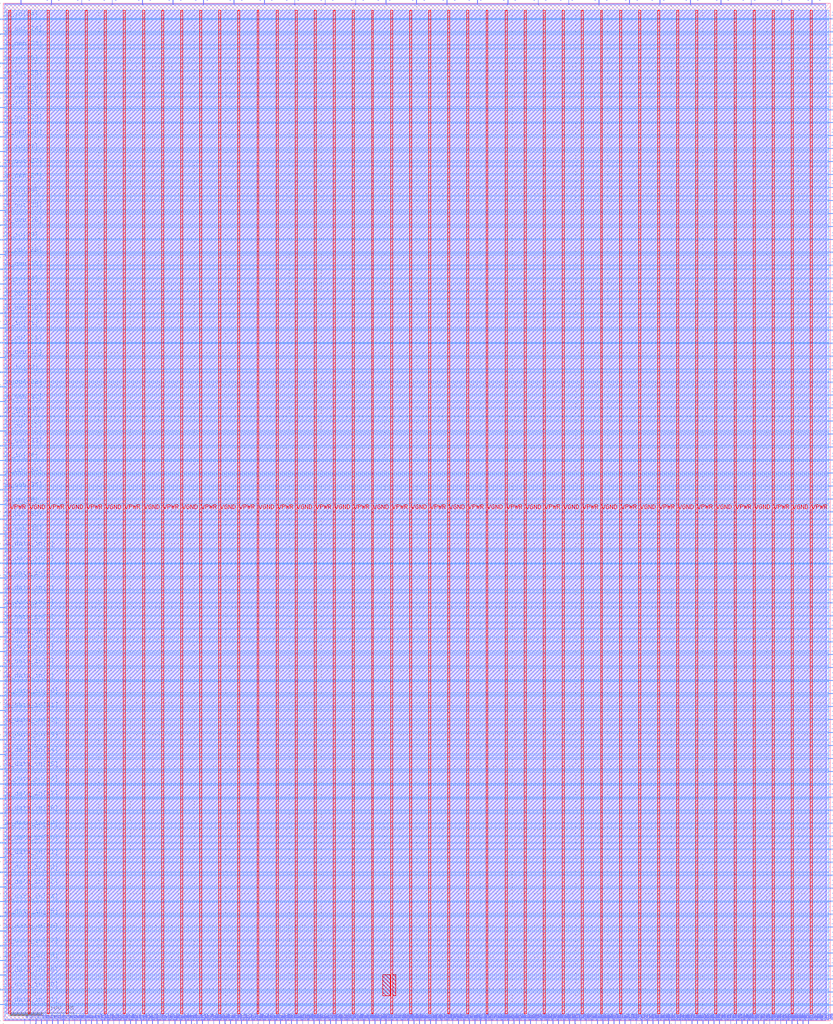
<source format=lef>
VERSION 5.7 ;
  NOWIREEXTENSIONATPIN ON ;
  DIVIDERCHAR "/" ;
  BUSBITCHARS "[]" ;
MACRO user_project
  CLASS BLOCK ;
  FOREIGN user_project ;
  ORIGIN 0.000 0.000 ;
  SIZE 1300.000 BY 1600.000 ;
  PIN VGND
    DIRECTION INOUT ;
    USE GROUND ;
    PORT
      LAYER met4 ;
        RECT 38.970 10.640 42.070 1588.720 ;
    END
    PORT
      LAYER met4 ;
        RECT 98.970 10.640 102.070 1588.720 ;
    END
    PORT
      LAYER met4 ;
        RECT 158.970 10.640 162.070 1588.720 ;
    END
    PORT
      LAYER met4 ;
        RECT 218.970 10.640 222.070 1588.720 ;
    END
    PORT
      LAYER met4 ;
        RECT 278.970 10.640 282.070 1588.720 ;
    END
    PORT
      LAYER met4 ;
        RECT 338.970 10.640 342.070 1588.720 ;
    END
    PORT
      LAYER met4 ;
        RECT 398.970 10.640 402.070 1588.720 ;
    END
    PORT
      LAYER met4 ;
        RECT 458.970 10.640 462.070 1588.720 ;
    END
    PORT
      LAYER met4 ;
        RECT 518.970 10.640 522.070 1588.720 ;
    END
    PORT
      LAYER met4 ;
        RECT 578.970 10.640 582.070 1588.720 ;
    END
    PORT
      LAYER met4 ;
        RECT 638.970 10.640 642.070 1588.720 ;
    END
    PORT
      LAYER met4 ;
        RECT 698.970 10.640 702.070 1588.720 ;
    END
    PORT
      LAYER met4 ;
        RECT 758.970 10.640 762.070 1588.720 ;
    END
    PORT
      LAYER met4 ;
        RECT 818.970 10.640 822.070 1588.720 ;
    END
    PORT
      LAYER met4 ;
        RECT 878.970 10.640 882.070 1588.720 ;
    END
    PORT
      LAYER met4 ;
        RECT 938.970 10.640 942.070 1588.720 ;
    END
    PORT
      LAYER met4 ;
        RECT 998.970 10.640 1002.070 1588.720 ;
    END
    PORT
      LAYER met4 ;
        RECT 1058.970 10.640 1062.070 1588.720 ;
    END
    PORT
      LAYER met4 ;
        RECT 1118.970 10.640 1122.070 1588.720 ;
    END
    PORT
      LAYER met4 ;
        RECT 1178.970 10.640 1182.070 1588.720 ;
    END
    PORT
      LAYER met4 ;
        RECT 1238.970 10.640 1242.070 1588.720 ;
    END
  END VGND
  PIN VPWR
    DIRECTION INOUT ;
    USE POWER ;
    PORT
      LAYER met4 ;
        RECT 8.970 10.640 12.070 1588.720 ;
    END
    PORT
      LAYER met4 ;
        RECT 68.970 10.640 72.070 1588.720 ;
    END
    PORT
      LAYER met4 ;
        RECT 128.970 10.640 132.070 1588.720 ;
    END
    PORT
      LAYER met4 ;
        RECT 188.970 10.640 192.070 1588.720 ;
    END
    PORT
      LAYER met4 ;
        RECT 248.970 10.640 252.070 1588.720 ;
    END
    PORT
      LAYER met4 ;
        RECT 308.970 10.640 312.070 1588.720 ;
    END
    PORT
      LAYER met4 ;
        RECT 368.970 10.640 372.070 1588.720 ;
    END
    PORT
      LAYER met4 ;
        RECT 428.970 10.640 432.070 1588.720 ;
    END
    PORT
      LAYER met4 ;
        RECT 488.970 10.640 492.070 1588.720 ;
    END
    PORT
      LAYER met4 ;
        RECT 548.970 10.640 552.070 1588.720 ;
    END
    PORT
      LAYER met4 ;
        RECT 608.970 10.640 612.070 1588.720 ;
    END
    PORT
      LAYER met4 ;
        RECT 668.970 10.640 672.070 1588.720 ;
    END
    PORT
      LAYER met4 ;
        RECT 728.970 10.640 732.070 1588.720 ;
    END
    PORT
      LAYER met4 ;
        RECT 788.970 10.640 792.070 1588.720 ;
    END
    PORT
      LAYER met4 ;
        RECT 848.970 10.640 852.070 1588.720 ;
    END
    PORT
      LAYER met4 ;
        RECT 908.970 10.640 912.070 1588.720 ;
    END
    PORT
      LAYER met4 ;
        RECT 968.970 10.640 972.070 1588.720 ;
    END
    PORT
      LAYER met4 ;
        RECT 1028.970 10.640 1032.070 1588.720 ;
    END
    PORT
      LAYER met4 ;
        RECT 1088.970 10.640 1092.070 1588.720 ;
    END
    PORT
      LAYER met4 ;
        RECT 1148.970 10.640 1152.070 1588.720 ;
    END
    PORT
      LAYER met4 ;
        RECT 1208.970 10.640 1212.070 1588.720 ;
    END
    PORT
      LAYER met4 ;
        RECT 1268.970 10.640 1272.070 1588.720 ;
    END
  END VPWR
  PIN io_in[0]
    DIRECTION INPUT ;
    USE SIGNAL ;
    PORT
      LAYER met3 ;
        RECT 1297.600 677.020 1304.800 678.220 ;
    END
  END io_in[0]
  PIN io_in[10]
    DIRECTION INPUT ;
    USE SIGNAL ;
    PORT
      LAYER met3 ;
        RECT 1297.600 1289.020 1304.800 1290.220 ;
    END
  END io_in[10]
  PIN io_in[11]
    DIRECTION INPUT ;
    USE SIGNAL ;
    PORT
      LAYER met3 ;
        RECT 1297.600 1350.220 1304.800 1351.420 ;
    END
  END io_in[11]
  PIN io_in[12]
    DIRECTION INPUT ;
    USE SIGNAL ;
    PORT
      LAYER met3 ;
        RECT 1297.600 1411.420 1304.800 1412.620 ;
    END
  END io_in[12]
  PIN io_in[13]
    DIRECTION INPUT ;
    USE SIGNAL ;
    PORT
      LAYER met3 ;
        RECT 1297.600 1472.620 1304.800 1473.820 ;
    END
  END io_in[13]
  PIN io_in[14]
    DIRECTION INPUT ;
    USE SIGNAL ;
    PORT
      LAYER met3 ;
        RECT 1297.600 1533.820 1304.800 1535.020 ;
    END
  END io_in[14]
  PIN io_in[15]
    DIRECTION INPUT ;
    USE SIGNAL ;
    PORT
      LAYER met2 ;
        RECT 1271.390 1597.600 1271.950 1604.800 ;
    END
  END io_in[15]
  PIN io_in[16]
    DIRECTION INPUT ;
    USE SIGNAL ;
    PORT
      LAYER met2 ;
        RECT 1127.870 1597.600 1128.430 1604.800 ;
    END
  END io_in[16]
  PIN io_in[17]
    DIRECTION INPUT ;
    USE SIGNAL ;
    PORT
      LAYER met2 ;
        RECT 984.350 1597.600 984.910 1604.800 ;
    END
  END io_in[17]
  PIN io_in[18]
    DIRECTION INPUT ;
    USE SIGNAL ;
    PORT
      LAYER met2 ;
        RECT 840.830 1597.600 841.390 1604.800 ;
    END
  END io_in[18]
  PIN io_in[19]
    DIRECTION INPUT ;
    USE SIGNAL ;
    PORT
      LAYER met2 ;
        RECT 697.310 1597.600 697.870 1604.800 ;
    END
  END io_in[19]
  PIN io_in[1]
    DIRECTION INPUT ;
    USE SIGNAL ;
    PORT
      LAYER met3 ;
        RECT 1297.600 738.220 1304.800 739.420 ;
    END
  END io_in[1]
  PIN io_in[20]
    DIRECTION INPUT ;
    USE SIGNAL ;
    PORT
      LAYER met2 ;
        RECT 553.790 1597.600 554.350 1604.800 ;
    END
  END io_in[20]
  PIN io_in[21]
    DIRECTION INPUT ;
    USE SIGNAL ;
    PORT
      LAYER met2 ;
        RECT 410.270 1597.600 410.830 1604.800 ;
    END
  END io_in[21]
  PIN io_in[22]
    DIRECTION INPUT ;
    USE SIGNAL ;
    PORT
      LAYER met2 ;
        RECT 266.750 1597.600 267.310 1604.800 ;
    END
  END io_in[22]
  PIN io_in[23]
    DIRECTION INPUT ;
    USE SIGNAL ;
    PORT
      LAYER met2 ;
        RECT 123.230 1597.600 123.790 1604.800 ;
    END
  END io_in[23]
  PIN io_in[24]
    DIRECTION INPUT ;
    USE SIGNAL ;
    PORT
      LAYER met3 ;
        RECT -4.800 1573.940 2.400 1575.140 ;
    END
  END io_in[24]
  PIN io_in[25]
    DIRECTION INPUT ;
    USE SIGNAL ;
    PORT
      LAYER met3 ;
        RECT -4.800 1504.580 2.400 1505.780 ;
    END
  END io_in[25]
  PIN io_in[26]
    DIRECTION INPUT ;
    USE SIGNAL ;
    PORT
      LAYER met3 ;
        RECT -4.800 1435.220 2.400 1436.420 ;
    END
  END io_in[26]
  PIN io_in[27]
    DIRECTION INPUT ;
    USE SIGNAL ;
    PORT
      LAYER met3 ;
        RECT -4.800 1365.860 2.400 1367.060 ;
    END
  END io_in[27]
  PIN io_in[28]
    DIRECTION INPUT ;
    USE SIGNAL ;
    PORT
      LAYER met3 ;
        RECT -4.800 1296.500 2.400 1297.700 ;
    END
  END io_in[28]
  PIN io_in[29]
    DIRECTION INPUT ;
    USE SIGNAL ;
    PORT
      LAYER met3 ;
        RECT -4.800 1227.140 2.400 1228.340 ;
    END
  END io_in[29]
  PIN io_in[2]
    DIRECTION INPUT ;
    USE SIGNAL ;
    PORT
      LAYER met3 ;
        RECT 1297.600 799.420 1304.800 800.620 ;
    END
  END io_in[2]
  PIN io_in[30]
    DIRECTION INPUT ;
    USE SIGNAL ;
    PORT
      LAYER met3 ;
        RECT -4.800 1157.780 2.400 1158.980 ;
    END
  END io_in[30]
  PIN io_in[31]
    DIRECTION INPUT ;
    USE SIGNAL ;
    PORT
      LAYER met3 ;
        RECT -4.800 1088.420 2.400 1089.620 ;
    END
  END io_in[31]
  PIN io_in[32]
    DIRECTION INPUT ;
    USE SIGNAL ;
    PORT
      LAYER met3 ;
        RECT -4.800 1019.060 2.400 1020.260 ;
    END
  END io_in[32]
  PIN io_in[33]
    DIRECTION INPUT ;
    USE SIGNAL ;
    PORT
      LAYER met3 ;
        RECT -4.800 949.700 2.400 950.900 ;
    END
  END io_in[33]
  PIN io_in[34]
    DIRECTION INPUT ;
    USE SIGNAL ;
    PORT
      LAYER met3 ;
        RECT -4.800 880.340 2.400 881.540 ;
    END
  END io_in[34]
  PIN io_in[35]
    DIRECTION INPUT ;
    USE SIGNAL ;
    PORT
      LAYER met3 ;
        RECT -4.800 810.980 2.400 812.180 ;
    END
  END io_in[35]
  PIN io_in[3]
    DIRECTION INPUT ;
    USE SIGNAL ;
    PORT
      LAYER met3 ;
        RECT 1297.600 860.620 1304.800 861.820 ;
    END
  END io_in[3]
  PIN io_in[4]
    DIRECTION INPUT ;
    USE SIGNAL ;
    PORT
      LAYER met3 ;
        RECT 1297.600 921.820 1304.800 923.020 ;
    END
  END io_in[4]
  PIN io_in[5]
    DIRECTION INPUT ;
    USE SIGNAL ;
    PORT
      LAYER met3 ;
        RECT 1297.600 983.020 1304.800 984.220 ;
    END
  END io_in[5]
  PIN io_in[6]
    DIRECTION INPUT ;
    USE SIGNAL ;
    PORT
      LAYER met3 ;
        RECT 1297.600 1044.220 1304.800 1045.420 ;
    END
  END io_in[6]
  PIN io_in[7]
    DIRECTION INPUT ;
    USE SIGNAL ;
    PORT
      LAYER met3 ;
        RECT 1297.600 1105.420 1304.800 1106.620 ;
    END
  END io_in[7]
  PIN io_in[8]
    DIRECTION INPUT ;
    USE SIGNAL ;
    PORT
      LAYER met3 ;
        RECT 1297.600 1166.620 1304.800 1167.820 ;
    END
  END io_in[8]
  PIN io_in[9]
    DIRECTION INPUT ;
    USE SIGNAL ;
    PORT
      LAYER met3 ;
        RECT 1297.600 1227.820 1304.800 1229.020 ;
    END
  END io_in[9]
  PIN io_oeb[0]
    DIRECTION OUTPUT ;
    USE SIGNAL ;
    ANTENNADIFFAREA 2.673000 ;
    PORT
      LAYER met3 ;
        RECT 1297.600 717.820 1304.800 719.020 ;
    END
  END io_oeb[0]
  PIN io_oeb[10]
    DIRECTION OUTPUT ;
    USE SIGNAL ;
    ANTENNADIFFAREA 2.673000 ;
    PORT
      LAYER met3 ;
        RECT 1297.600 1329.820 1304.800 1331.020 ;
    END
  END io_oeb[10]
  PIN io_oeb[11]
    DIRECTION OUTPUT ;
    USE SIGNAL ;
    ANTENNADIFFAREA 2.673000 ;
    PORT
      LAYER met3 ;
        RECT 1297.600 1391.020 1304.800 1392.220 ;
    END
  END io_oeb[11]
  PIN io_oeb[12]
    DIRECTION OUTPUT ;
    USE SIGNAL ;
    ANTENNADIFFAREA 2.673000 ;
    PORT
      LAYER met3 ;
        RECT 1297.600 1452.220 1304.800 1453.420 ;
    END
  END io_oeb[12]
  PIN io_oeb[13]
    DIRECTION OUTPUT ;
    USE SIGNAL ;
    ANTENNADIFFAREA 2.673000 ;
    PORT
      LAYER met3 ;
        RECT 1297.600 1513.420 1304.800 1514.620 ;
    END
  END io_oeb[13]
  PIN io_oeb[14]
    DIRECTION OUTPUT ;
    USE SIGNAL ;
    ANTENNADIFFAREA 2.673000 ;
    PORT
      LAYER met3 ;
        RECT 1297.600 1574.620 1304.800 1575.820 ;
    END
  END io_oeb[14]
  PIN io_oeb[15]
    DIRECTION OUTPUT ;
    USE SIGNAL ;
    ANTENNADIFFAREA 2.673000 ;
    PORT
      LAYER met2 ;
        RECT 1175.710 1597.600 1176.270 1604.800 ;
    END
  END io_oeb[15]
  PIN io_oeb[16]
    DIRECTION OUTPUT ;
    USE SIGNAL ;
    ANTENNADIFFAREA 2.673000 ;
    PORT
      LAYER met2 ;
        RECT 1032.190 1597.600 1032.750 1604.800 ;
    END
  END io_oeb[16]
  PIN io_oeb[17]
    DIRECTION OUTPUT ;
    USE SIGNAL ;
    ANTENNADIFFAREA 2.673000 ;
    PORT
      LAYER met2 ;
        RECT 888.670 1597.600 889.230 1604.800 ;
    END
  END io_oeb[17]
  PIN io_oeb[18]
    DIRECTION OUTPUT ;
    USE SIGNAL ;
    ANTENNADIFFAREA 2.673000 ;
    PORT
      LAYER met2 ;
        RECT 745.150 1597.600 745.710 1604.800 ;
    END
  END io_oeb[18]
  PIN io_oeb[19]
    DIRECTION OUTPUT ;
    USE SIGNAL ;
    ANTENNADIFFAREA 2.673000 ;
    PORT
      LAYER met2 ;
        RECT 601.630 1597.600 602.190 1604.800 ;
    END
  END io_oeb[19]
  PIN io_oeb[1]
    DIRECTION OUTPUT ;
    USE SIGNAL ;
    ANTENNADIFFAREA 2.673000 ;
    PORT
      LAYER met3 ;
        RECT 1297.600 779.020 1304.800 780.220 ;
    END
  END io_oeb[1]
  PIN io_oeb[20]
    DIRECTION OUTPUT ;
    USE SIGNAL ;
    ANTENNADIFFAREA 2.673000 ;
    PORT
      LAYER met2 ;
        RECT 458.110 1597.600 458.670 1604.800 ;
    END
  END io_oeb[20]
  PIN io_oeb[21]
    DIRECTION OUTPUT ;
    USE SIGNAL ;
    ANTENNADIFFAREA 2.673000 ;
    PORT
      LAYER met2 ;
        RECT 314.590 1597.600 315.150 1604.800 ;
    END
  END io_oeb[21]
  PIN io_oeb[22]
    DIRECTION OUTPUT ;
    USE SIGNAL ;
    ANTENNADIFFAREA 2.673000 ;
    PORT
      LAYER met2 ;
        RECT 171.070 1597.600 171.630 1604.800 ;
    END
  END io_oeb[22]
  PIN io_oeb[23]
    DIRECTION OUTPUT ;
    USE SIGNAL ;
    ANTENNADIFFAREA 2.673000 ;
    PORT
      LAYER met2 ;
        RECT 27.550 1597.600 28.110 1604.800 ;
    END
  END io_oeb[23]
  PIN io_oeb[24]
    DIRECTION OUTPUT ;
    USE SIGNAL ;
    ANTENNADIFFAREA 2.673000 ;
    PORT
      LAYER met3 ;
        RECT -4.800 1527.700 2.400 1528.900 ;
    END
  END io_oeb[24]
  PIN io_oeb[25]
    DIRECTION OUTPUT ;
    USE SIGNAL ;
    ANTENNADIFFAREA 2.673000 ;
    PORT
      LAYER met3 ;
        RECT -4.800 1458.340 2.400 1459.540 ;
    END
  END io_oeb[25]
  PIN io_oeb[26]
    DIRECTION OUTPUT ;
    USE SIGNAL ;
    ANTENNADIFFAREA 2.673000 ;
    PORT
      LAYER met3 ;
        RECT -4.800 1388.980 2.400 1390.180 ;
    END
  END io_oeb[26]
  PIN io_oeb[27]
    DIRECTION OUTPUT ;
    USE SIGNAL ;
    ANTENNADIFFAREA 2.673000 ;
    PORT
      LAYER met3 ;
        RECT -4.800 1319.620 2.400 1320.820 ;
    END
  END io_oeb[27]
  PIN io_oeb[28]
    DIRECTION OUTPUT ;
    USE SIGNAL ;
    ANTENNADIFFAREA 2.673000 ;
    PORT
      LAYER met3 ;
        RECT -4.800 1250.260 2.400 1251.460 ;
    END
  END io_oeb[28]
  PIN io_oeb[29]
    DIRECTION OUTPUT ;
    USE SIGNAL ;
    ANTENNADIFFAREA 2.673000 ;
    PORT
      LAYER met3 ;
        RECT -4.800 1180.900 2.400 1182.100 ;
    END
  END io_oeb[29]
  PIN io_oeb[2]
    DIRECTION OUTPUT ;
    USE SIGNAL ;
    ANTENNADIFFAREA 2.673000 ;
    PORT
      LAYER met3 ;
        RECT 1297.600 840.220 1304.800 841.420 ;
    END
  END io_oeb[2]
  PIN io_oeb[30]
    DIRECTION OUTPUT ;
    USE SIGNAL ;
    PORT
      LAYER met3 ;
        RECT -4.800 1111.540 2.400 1112.740 ;
    END
  END io_oeb[30]
  PIN io_oeb[31]
    DIRECTION OUTPUT ;
    USE SIGNAL ;
    PORT
      LAYER met3 ;
        RECT -4.800 1042.180 2.400 1043.380 ;
    END
  END io_oeb[31]
  PIN io_oeb[32]
    DIRECTION OUTPUT ;
    USE SIGNAL ;
    PORT
      LAYER met3 ;
        RECT -4.800 972.820 2.400 974.020 ;
    END
  END io_oeb[32]
  PIN io_oeb[33]
    DIRECTION OUTPUT ;
    USE SIGNAL ;
    PORT
      LAYER met3 ;
        RECT -4.800 903.460 2.400 904.660 ;
    END
  END io_oeb[33]
  PIN io_oeb[34]
    DIRECTION OUTPUT ;
    USE SIGNAL ;
    PORT
      LAYER met3 ;
        RECT -4.800 834.100 2.400 835.300 ;
    END
  END io_oeb[34]
  PIN io_oeb[35]
    DIRECTION OUTPUT ;
    USE SIGNAL ;
    PORT
      LAYER met3 ;
        RECT -4.800 764.740 2.400 765.940 ;
    END
  END io_oeb[35]
  PIN io_oeb[3]
    DIRECTION OUTPUT ;
    USE SIGNAL ;
    ANTENNADIFFAREA 2.673000 ;
    PORT
      LAYER met3 ;
        RECT 1297.600 901.420 1304.800 902.620 ;
    END
  END io_oeb[3]
  PIN io_oeb[4]
    DIRECTION OUTPUT ;
    USE SIGNAL ;
    ANTENNADIFFAREA 2.673000 ;
    PORT
      LAYER met3 ;
        RECT 1297.600 962.620 1304.800 963.820 ;
    END
  END io_oeb[4]
  PIN io_oeb[5]
    DIRECTION OUTPUT ;
    USE SIGNAL ;
    ANTENNADIFFAREA 2.673000 ;
    PORT
      LAYER met3 ;
        RECT 1297.600 1023.820 1304.800 1025.020 ;
    END
  END io_oeb[5]
  PIN io_oeb[6]
    DIRECTION OUTPUT ;
    USE SIGNAL ;
    ANTENNADIFFAREA 2.673000 ;
    PORT
      LAYER met3 ;
        RECT 1297.600 1085.020 1304.800 1086.220 ;
    END
  END io_oeb[6]
  PIN io_oeb[7]
    DIRECTION OUTPUT ;
    USE SIGNAL ;
    ANTENNADIFFAREA 2.673000 ;
    PORT
      LAYER met3 ;
        RECT 1297.600 1146.220 1304.800 1147.420 ;
    END
  END io_oeb[7]
  PIN io_oeb[8]
    DIRECTION OUTPUT ;
    USE SIGNAL ;
    ANTENNADIFFAREA 2.673000 ;
    PORT
      LAYER met3 ;
        RECT 1297.600 1207.420 1304.800 1208.620 ;
    END
  END io_oeb[8]
  PIN io_oeb[9]
    DIRECTION OUTPUT ;
    USE SIGNAL ;
    ANTENNADIFFAREA 2.673000 ;
    PORT
      LAYER met3 ;
        RECT 1297.600 1268.620 1304.800 1269.820 ;
    END
  END io_oeb[9]
  PIN io_out[0]
    DIRECTION OUTPUT ;
    USE SIGNAL ;
    ANTENNADIFFAREA 2.673000 ;
    PORT
      LAYER met3 ;
        RECT 1297.600 697.420 1304.800 698.620 ;
    END
  END io_out[0]
  PIN io_out[10]
    DIRECTION OUTPUT ;
    USE SIGNAL ;
    ANTENNADIFFAREA 2.673000 ;
    PORT
      LAYER met3 ;
        RECT 1297.600 1309.420 1304.800 1310.620 ;
    END
  END io_out[10]
  PIN io_out[11]
    DIRECTION OUTPUT ;
    USE SIGNAL ;
    ANTENNADIFFAREA 2.673000 ;
    PORT
      LAYER met3 ;
        RECT 1297.600 1370.620 1304.800 1371.820 ;
    END
  END io_out[11]
  PIN io_out[12]
    DIRECTION OUTPUT ;
    USE SIGNAL ;
    ANTENNADIFFAREA 2.673000 ;
    PORT
      LAYER met3 ;
        RECT 1297.600 1431.820 1304.800 1433.020 ;
    END
  END io_out[12]
  PIN io_out[13]
    DIRECTION OUTPUT ;
    USE SIGNAL ;
    ANTENNADIFFAREA 2.673000 ;
    PORT
      LAYER met3 ;
        RECT 1297.600 1493.020 1304.800 1494.220 ;
    END
  END io_out[13]
  PIN io_out[14]
    DIRECTION OUTPUT ;
    USE SIGNAL ;
    ANTENNADIFFAREA 2.673000 ;
    PORT
      LAYER met3 ;
        RECT 1297.600 1554.220 1304.800 1555.420 ;
    END
  END io_out[14]
  PIN io_out[15]
    DIRECTION OUTPUT ;
    USE SIGNAL ;
    ANTENNADIFFAREA 2.673000 ;
    PORT
      LAYER met2 ;
        RECT 1223.550 1597.600 1224.110 1604.800 ;
    END
  END io_out[15]
  PIN io_out[16]
    DIRECTION OUTPUT ;
    USE SIGNAL ;
    ANTENNADIFFAREA 2.673000 ;
    PORT
      LAYER met2 ;
        RECT 1080.030 1597.600 1080.590 1604.800 ;
    END
  END io_out[16]
  PIN io_out[17]
    DIRECTION OUTPUT ;
    USE SIGNAL ;
    ANTENNADIFFAREA 2.673000 ;
    PORT
      LAYER met2 ;
        RECT 936.510 1597.600 937.070 1604.800 ;
    END
  END io_out[17]
  PIN io_out[18]
    DIRECTION OUTPUT ;
    USE SIGNAL ;
    ANTENNADIFFAREA 2.673000 ;
    PORT
      LAYER met2 ;
        RECT 792.990 1597.600 793.550 1604.800 ;
    END
  END io_out[18]
  PIN io_out[19]
    DIRECTION OUTPUT ;
    USE SIGNAL ;
    ANTENNADIFFAREA 2.673000 ;
    PORT
      LAYER met2 ;
        RECT 649.470 1597.600 650.030 1604.800 ;
    END
  END io_out[19]
  PIN io_out[1]
    DIRECTION OUTPUT ;
    USE SIGNAL ;
    ANTENNADIFFAREA 2.673000 ;
    PORT
      LAYER met3 ;
        RECT 1297.600 758.620 1304.800 759.820 ;
    END
  END io_out[1]
  PIN io_out[20]
    DIRECTION OUTPUT ;
    USE SIGNAL ;
    ANTENNADIFFAREA 2.673000 ;
    PORT
      LAYER met2 ;
        RECT 505.950 1597.600 506.510 1604.800 ;
    END
  END io_out[20]
  PIN io_out[21]
    DIRECTION OUTPUT ;
    USE SIGNAL ;
    ANTENNADIFFAREA 2.673000 ;
    PORT
      LAYER met2 ;
        RECT 362.430 1597.600 362.990 1604.800 ;
    END
  END io_out[21]
  PIN io_out[22]
    DIRECTION OUTPUT ;
    USE SIGNAL ;
    ANTENNADIFFAREA 2.673000 ;
    PORT
      LAYER met2 ;
        RECT 218.910 1597.600 219.470 1604.800 ;
    END
  END io_out[22]
  PIN io_out[23]
    DIRECTION OUTPUT ;
    USE SIGNAL ;
    ANTENNADIFFAREA 2.673000 ;
    PORT
      LAYER met2 ;
        RECT 75.390 1597.600 75.950 1604.800 ;
    END
  END io_out[23]
  PIN io_out[24]
    DIRECTION OUTPUT ;
    USE SIGNAL ;
    ANTENNADIFFAREA 2.673000 ;
    PORT
      LAYER met3 ;
        RECT -4.800 1550.820 2.400 1552.020 ;
    END
  END io_out[24]
  PIN io_out[25]
    DIRECTION OUTPUT ;
    USE SIGNAL ;
    ANTENNADIFFAREA 2.673000 ;
    PORT
      LAYER met3 ;
        RECT -4.800 1481.460 2.400 1482.660 ;
    END
  END io_out[25]
  PIN io_out[26]
    DIRECTION OUTPUT ;
    USE SIGNAL ;
    ANTENNADIFFAREA 2.673000 ;
    PORT
      LAYER met3 ;
        RECT -4.800 1412.100 2.400 1413.300 ;
    END
  END io_out[26]
  PIN io_out[27]
    DIRECTION OUTPUT ;
    USE SIGNAL ;
    ANTENNADIFFAREA 2.673000 ;
    PORT
      LAYER met3 ;
        RECT -4.800 1342.740 2.400 1343.940 ;
    END
  END io_out[27]
  PIN io_out[28]
    DIRECTION OUTPUT ;
    USE SIGNAL ;
    ANTENNADIFFAREA 2.673000 ;
    PORT
      LAYER met3 ;
        RECT -4.800 1273.380 2.400 1274.580 ;
    END
  END io_out[28]
  PIN io_out[29]
    DIRECTION OUTPUT ;
    USE SIGNAL ;
    ANTENNADIFFAREA 2.673000 ;
    PORT
      LAYER met3 ;
        RECT -4.800 1204.020 2.400 1205.220 ;
    END
  END io_out[29]
  PIN io_out[2]
    DIRECTION OUTPUT ;
    USE SIGNAL ;
    ANTENNADIFFAREA 2.673000 ;
    PORT
      LAYER met3 ;
        RECT 1297.600 819.820 1304.800 821.020 ;
    END
  END io_out[2]
  PIN io_out[30]
    DIRECTION OUTPUT ;
    USE SIGNAL ;
    PORT
      LAYER met3 ;
        RECT -4.800 1134.660 2.400 1135.860 ;
    END
  END io_out[30]
  PIN io_out[31]
    DIRECTION OUTPUT ;
    USE SIGNAL ;
    PORT
      LAYER met3 ;
        RECT -4.800 1065.300 2.400 1066.500 ;
    END
  END io_out[31]
  PIN io_out[32]
    DIRECTION OUTPUT ;
    USE SIGNAL ;
    PORT
      LAYER met3 ;
        RECT -4.800 995.940 2.400 997.140 ;
    END
  END io_out[32]
  PIN io_out[33]
    DIRECTION OUTPUT ;
    USE SIGNAL ;
    PORT
      LAYER met3 ;
        RECT -4.800 926.580 2.400 927.780 ;
    END
  END io_out[33]
  PIN io_out[34]
    DIRECTION OUTPUT ;
    USE SIGNAL ;
    PORT
      LAYER met3 ;
        RECT -4.800 857.220 2.400 858.420 ;
    END
  END io_out[34]
  PIN io_out[35]
    DIRECTION OUTPUT ;
    USE SIGNAL ;
    PORT
      LAYER met3 ;
        RECT -4.800 787.860 2.400 789.060 ;
    END
  END io_out[35]
  PIN io_out[3]
    DIRECTION OUTPUT ;
    USE SIGNAL ;
    ANTENNADIFFAREA 2.673000 ;
    PORT
      LAYER met3 ;
        RECT 1297.600 881.020 1304.800 882.220 ;
    END
  END io_out[3]
  PIN io_out[4]
    DIRECTION OUTPUT ;
    USE SIGNAL ;
    ANTENNADIFFAREA 2.673000 ;
    PORT
      LAYER met3 ;
        RECT 1297.600 942.220 1304.800 943.420 ;
    END
  END io_out[4]
  PIN io_out[5]
    DIRECTION OUTPUT ;
    USE SIGNAL ;
    ANTENNADIFFAREA 2.673000 ;
    PORT
      LAYER met3 ;
        RECT 1297.600 1003.420 1304.800 1004.620 ;
    END
  END io_out[5]
  PIN io_out[6]
    DIRECTION OUTPUT ;
    USE SIGNAL ;
    ANTENNADIFFAREA 2.673000 ;
    PORT
      LAYER met3 ;
        RECT 1297.600 1064.620 1304.800 1065.820 ;
    END
  END io_out[6]
  PIN io_out[7]
    DIRECTION OUTPUT ;
    USE SIGNAL ;
    ANTENNADIFFAREA 2.673000 ;
    PORT
      LAYER met3 ;
        RECT 1297.600 1125.820 1304.800 1127.020 ;
    END
  END io_out[7]
  PIN io_out[8]
    DIRECTION OUTPUT ;
    USE SIGNAL ;
    ANTENNADIFFAREA 2.673000 ;
    PORT
      LAYER met3 ;
        RECT 1297.600 1187.020 1304.800 1188.220 ;
    END
  END io_out[8]
  PIN io_out[9]
    DIRECTION OUTPUT ;
    USE SIGNAL ;
    ANTENNADIFFAREA 2.673000 ;
    PORT
      LAYER met3 ;
        RECT 1297.600 1248.220 1304.800 1249.420 ;
    END
  END io_out[9]
  PIN la_data_in[0]
    DIRECTION INPUT ;
    USE SIGNAL ;
    ANTENNAGATEAREA 0.126000 ;
    PORT
      LAYER met3 ;
        RECT -4.800 741.620 2.400 742.820 ;
    END
  END la_data_in[0]
  PIN la_data_in[10]
    DIRECTION INPUT ;
    USE SIGNAL ;
    ANTENNAGATEAREA 0.126000 ;
    PORT
      LAYER met3 ;
        RECT -4.800 510.420 2.400 511.620 ;
    END
  END la_data_in[10]
  PIN la_data_in[11]
    DIRECTION INPUT ;
    USE SIGNAL ;
    ANTENNAGATEAREA 0.126000 ;
    PORT
      LAYER met3 ;
        RECT -4.800 487.300 2.400 488.500 ;
    END
  END la_data_in[11]
  PIN la_data_in[12]
    DIRECTION INPUT ;
    USE SIGNAL ;
    ANTENNAGATEAREA 0.126000 ;
    PORT
      LAYER met3 ;
        RECT -4.800 464.180 2.400 465.380 ;
    END
  END la_data_in[12]
  PIN la_data_in[13]
    DIRECTION INPUT ;
    USE SIGNAL ;
    ANTENNAGATEAREA 0.126000 ;
    PORT
      LAYER met3 ;
        RECT -4.800 441.060 2.400 442.260 ;
    END
  END la_data_in[13]
  PIN la_data_in[14]
    DIRECTION INPUT ;
    USE SIGNAL ;
    ANTENNAGATEAREA 0.126000 ;
    PORT
      LAYER met3 ;
        RECT -4.800 417.940 2.400 419.140 ;
    END
  END la_data_in[14]
  PIN la_data_in[15]
    DIRECTION INPUT ;
    USE SIGNAL ;
    ANTENNAGATEAREA 0.126000 ;
    PORT
      LAYER met3 ;
        RECT -4.800 394.820 2.400 396.020 ;
    END
  END la_data_in[15]
  PIN la_data_in[16]
    DIRECTION INPUT ;
    USE SIGNAL ;
    ANTENNAGATEAREA 0.126000 ;
    PORT
      LAYER met3 ;
        RECT -4.800 371.700 2.400 372.900 ;
    END
  END la_data_in[16]
  PIN la_data_in[17]
    DIRECTION INPUT ;
    USE SIGNAL ;
    ANTENNAGATEAREA 0.126000 ;
    PORT
      LAYER met3 ;
        RECT -4.800 348.580 2.400 349.780 ;
    END
  END la_data_in[17]
  PIN la_data_in[18]
    DIRECTION INPUT ;
    USE SIGNAL ;
    ANTENNAGATEAREA 0.126000 ;
    PORT
      LAYER met3 ;
        RECT -4.800 325.460 2.400 326.660 ;
    END
  END la_data_in[18]
  PIN la_data_in[19]
    DIRECTION INPUT ;
    USE SIGNAL ;
    ANTENNAGATEAREA 0.126000 ;
    PORT
      LAYER met3 ;
        RECT -4.800 302.340 2.400 303.540 ;
    END
  END la_data_in[19]
  PIN la_data_in[1]
    DIRECTION INPUT ;
    USE SIGNAL ;
    ANTENNAGATEAREA 0.126000 ;
    PORT
      LAYER met3 ;
        RECT -4.800 718.500 2.400 719.700 ;
    END
  END la_data_in[1]
  PIN la_data_in[20]
    DIRECTION INPUT ;
    USE SIGNAL ;
    ANTENNAGATEAREA 0.126000 ;
    PORT
      LAYER met3 ;
        RECT -4.800 279.220 2.400 280.420 ;
    END
  END la_data_in[20]
  PIN la_data_in[21]
    DIRECTION INPUT ;
    USE SIGNAL ;
    ANTENNAGATEAREA 0.126000 ;
    PORT
      LAYER met3 ;
        RECT -4.800 256.100 2.400 257.300 ;
    END
  END la_data_in[21]
  PIN la_data_in[22]
    DIRECTION INPUT ;
    USE SIGNAL ;
    ANTENNAGATEAREA 0.126000 ;
    PORT
      LAYER met3 ;
        RECT -4.800 232.980 2.400 234.180 ;
    END
  END la_data_in[22]
  PIN la_data_in[23]
    DIRECTION INPUT ;
    USE SIGNAL ;
    ANTENNAGATEAREA 0.126000 ;
    PORT
      LAYER met3 ;
        RECT -4.800 209.860 2.400 211.060 ;
    END
  END la_data_in[23]
  PIN la_data_in[24]
    DIRECTION INPUT ;
    USE SIGNAL ;
    ANTENNAGATEAREA 0.126000 ;
    PORT
      LAYER met3 ;
        RECT -4.800 186.740 2.400 187.940 ;
    END
  END la_data_in[24]
  PIN la_data_in[25]
    DIRECTION INPUT ;
    USE SIGNAL ;
    ANTENNAGATEAREA 0.126000 ;
    PORT
      LAYER met3 ;
        RECT -4.800 163.620 2.400 164.820 ;
    END
  END la_data_in[25]
  PIN la_data_in[26]
    DIRECTION INPUT ;
    USE SIGNAL ;
    ANTENNAGATEAREA 0.126000 ;
    PORT
      LAYER met3 ;
        RECT -4.800 140.500 2.400 141.700 ;
    END
  END la_data_in[26]
  PIN la_data_in[27]
    DIRECTION INPUT ;
    USE SIGNAL ;
    ANTENNAGATEAREA 0.126000 ;
    PORT
      LAYER met3 ;
        RECT -4.800 117.380 2.400 118.580 ;
    END
  END la_data_in[27]
  PIN la_data_in[28]
    DIRECTION INPUT ;
    USE SIGNAL ;
    ANTENNAGATEAREA 0.126000 ;
    PORT
      LAYER met3 ;
        RECT -4.800 94.260 2.400 95.460 ;
    END
  END la_data_in[28]
  PIN la_data_in[29]
    DIRECTION INPUT ;
    USE SIGNAL ;
    ANTENNAGATEAREA 0.126000 ;
    PORT
      LAYER met3 ;
        RECT -4.800 71.140 2.400 72.340 ;
    END
  END la_data_in[29]
  PIN la_data_in[2]
    DIRECTION INPUT ;
    USE SIGNAL ;
    ANTENNAGATEAREA 0.126000 ;
    PORT
      LAYER met3 ;
        RECT -4.800 695.380 2.400 696.580 ;
    END
  END la_data_in[2]
  PIN la_data_in[30]
    DIRECTION INPUT ;
    USE SIGNAL ;
    ANTENNAGATEAREA 0.196500 ;
    PORT
      LAYER met3 ;
        RECT -4.800 48.020 2.400 49.220 ;
    END
  END la_data_in[30]
  PIN la_data_in[31]
    DIRECTION INPUT ;
    USE SIGNAL ;
    ANTENNAGATEAREA 0.126000 ;
    PORT
      LAYER met3 ;
        RECT -4.800 24.900 2.400 26.100 ;
    END
  END la_data_in[31]
  PIN la_data_in[3]
    DIRECTION INPUT ;
    USE SIGNAL ;
    ANTENNAGATEAREA 0.126000 ;
    PORT
      LAYER met3 ;
        RECT -4.800 672.260 2.400 673.460 ;
    END
  END la_data_in[3]
  PIN la_data_in[4]
    DIRECTION INPUT ;
    USE SIGNAL ;
    ANTENNAGATEAREA 0.126000 ;
    PORT
      LAYER met3 ;
        RECT -4.800 649.140 2.400 650.340 ;
    END
  END la_data_in[4]
  PIN la_data_in[5]
    DIRECTION INPUT ;
    USE SIGNAL ;
    ANTENNAGATEAREA 0.126000 ;
    PORT
      LAYER met3 ;
        RECT -4.800 626.020 2.400 627.220 ;
    END
  END la_data_in[5]
  PIN la_data_in[6]
    DIRECTION INPUT ;
    USE SIGNAL ;
    ANTENNAGATEAREA 0.126000 ;
    PORT
      LAYER met3 ;
        RECT -4.800 602.900 2.400 604.100 ;
    END
  END la_data_in[6]
  PIN la_data_in[7]
    DIRECTION INPUT ;
    USE SIGNAL ;
    ANTENNAGATEAREA 0.126000 ;
    PORT
      LAYER met3 ;
        RECT -4.800 579.780 2.400 580.980 ;
    END
  END la_data_in[7]
  PIN la_data_in[8]
    DIRECTION INPUT ;
    USE SIGNAL ;
    ANTENNAGATEAREA 0.126000 ;
    PORT
      LAYER met3 ;
        RECT -4.800 556.660 2.400 557.860 ;
    END
  END la_data_in[8]
  PIN la_data_in[9]
    DIRECTION INPUT ;
    USE SIGNAL ;
    ANTENNAGATEAREA 0.126000 ;
    PORT
      LAYER met3 ;
        RECT -4.800 533.540 2.400 534.740 ;
    END
  END la_data_in[9]
  PIN la_data_out[0]
    DIRECTION OUTPUT ;
    USE SIGNAL ;
    PORT
      LAYER met2 ;
        RECT 959.970 -4.800 960.530 2.400 ;
    END
  END la_data_out[0]
  PIN la_data_out[10]
    DIRECTION OUTPUT ;
    USE SIGNAL ;
    PORT
      LAYER met2 ;
        RECT 1047.370 -4.800 1047.930 2.400 ;
    END
  END la_data_out[10]
  PIN la_data_out[11]
    DIRECTION OUTPUT ;
    USE SIGNAL ;
    PORT
      LAYER met2 ;
        RECT 1056.110 -4.800 1056.670 2.400 ;
    END
  END la_data_out[11]
  PIN la_data_out[12]
    DIRECTION OUTPUT ;
    USE SIGNAL ;
    PORT
      LAYER met2 ;
        RECT 1064.850 -4.800 1065.410 2.400 ;
    END
  END la_data_out[12]
  PIN la_data_out[13]
    DIRECTION OUTPUT ;
    USE SIGNAL ;
    PORT
      LAYER met2 ;
        RECT 1073.590 -4.800 1074.150 2.400 ;
    END
  END la_data_out[13]
  PIN la_data_out[14]
    DIRECTION OUTPUT ;
    USE SIGNAL ;
    PORT
      LAYER met2 ;
        RECT 1082.330 -4.800 1082.890 2.400 ;
    END
  END la_data_out[14]
  PIN la_data_out[15]
    DIRECTION OUTPUT ;
    USE SIGNAL ;
    PORT
      LAYER met2 ;
        RECT 1091.070 -4.800 1091.630 2.400 ;
    END
  END la_data_out[15]
  PIN la_data_out[16]
    DIRECTION OUTPUT ;
    USE SIGNAL ;
    PORT
      LAYER met2 ;
        RECT 1099.810 -4.800 1100.370 2.400 ;
    END
  END la_data_out[16]
  PIN la_data_out[17]
    DIRECTION OUTPUT ;
    USE SIGNAL ;
    PORT
      LAYER met2 ;
        RECT 1108.550 -4.800 1109.110 2.400 ;
    END
  END la_data_out[17]
  PIN la_data_out[18]
    DIRECTION OUTPUT ;
    USE SIGNAL ;
    PORT
      LAYER met2 ;
        RECT 1117.290 -4.800 1117.850 2.400 ;
    END
  END la_data_out[18]
  PIN la_data_out[19]
    DIRECTION OUTPUT ;
    USE SIGNAL ;
    PORT
      LAYER met2 ;
        RECT 1126.030 -4.800 1126.590 2.400 ;
    END
  END la_data_out[19]
  PIN la_data_out[1]
    DIRECTION OUTPUT ;
    USE SIGNAL ;
    PORT
      LAYER met2 ;
        RECT 968.710 -4.800 969.270 2.400 ;
    END
  END la_data_out[1]
  PIN la_data_out[20]
    DIRECTION OUTPUT ;
    USE SIGNAL ;
    PORT
      LAYER met2 ;
        RECT 1134.770 -4.800 1135.330 2.400 ;
    END
  END la_data_out[20]
  PIN la_data_out[21]
    DIRECTION OUTPUT ;
    USE SIGNAL ;
    PORT
      LAYER met2 ;
        RECT 1143.510 -4.800 1144.070 2.400 ;
    END
  END la_data_out[21]
  PIN la_data_out[22]
    DIRECTION OUTPUT ;
    USE SIGNAL ;
    PORT
      LAYER met2 ;
        RECT 1152.250 -4.800 1152.810 2.400 ;
    END
  END la_data_out[22]
  PIN la_data_out[23]
    DIRECTION OUTPUT ;
    USE SIGNAL ;
    PORT
      LAYER met2 ;
        RECT 1160.990 -4.800 1161.550 2.400 ;
    END
  END la_data_out[23]
  PIN la_data_out[24]
    DIRECTION OUTPUT ;
    USE SIGNAL ;
    PORT
      LAYER met2 ;
        RECT 1169.730 -4.800 1170.290 2.400 ;
    END
  END la_data_out[24]
  PIN la_data_out[25]
    DIRECTION OUTPUT ;
    USE SIGNAL ;
    PORT
      LAYER met2 ;
        RECT 1178.470 -4.800 1179.030 2.400 ;
    END
  END la_data_out[25]
  PIN la_data_out[26]
    DIRECTION OUTPUT ;
    USE SIGNAL ;
    PORT
      LAYER met2 ;
        RECT 1187.210 -4.800 1187.770 2.400 ;
    END
  END la_data_out[26]
  PIN la_data_out[27]
    DIRECTION OUTPUT ;
    USE SIGNAL ;
    PORT
      LAYER met2 ;
        RECT 1195.950 -4.800 1196.510 2.400 ;
    END
  END la_data_out[27]
  PIN la_data_out[28]
    DIRECTION OUTPUT ;
    USE SIGNAL ;
    PORT
      LAYER met2 ;
        RECT 1204.690 -4.800 1205.250 2.400 ;
    END
  END la_data_out[28]
  PIN la_data_out[29]
    DIRECTION OUTPUT ;
    USE SIGNAL ;
    PORT
      LAYER met2 ;
        RECT 1213.430 -4.800 1213.990 2.400 ;
    END
  END la_data_out[29]
  PIN la_data_out[2]
    DIRECTION OUTPUT ;
    USE SIGNAL ;
    PORT
      LAYER met2 ;
        RECT 977.450 -4.800 978.010 2.400 ;
    END
  END la_data_out[2]
  PIN la_data_out[30]
    DIRECTION OUTPUT ;
    USE SIGNAL ;
    PORT
      LAYER met2 ;
        RECT 1222.170 -4.800 1222.730 2.400 ;
    END
  END la_data_out[30]
  PIN la_data_out[31]
    DIRECTION OUTPUT ;
    USE SIGNAL ;
    PORT
      LAYER met2 ;
        RECT 1230.910 -4.800 1231.470 2.400 ;
    END
  END la_data_out[31]
  PIN la_data_out[3]
    DIRECTION OUTPUT ;
    USE SIGNAL ;
    PORT
      LAYER met2 ;
        RECT 986.190 -4.800 986.750 2.400 ;
    END
  END la_data_out[3]
  PIN la_data_out[4]
    DIRECTION OUTPUT ;
    USE SIGNAL ;
    PORT
      LAYER met2 ;
        RECT 994.930 -4.800 995.490 2.400 ;
    END
  END la_data_out[4]
  PIN la_data_out[5]
    DIRECTION OUTPUT ;
    USE SIGNAL ;
    PORT
      LAYER met2 ;
        RECT 1003.670 -4.800 1004.230 2.400 ;
    END
  END la_data_out[5]
  PIN la_data_out[6]
    DIRECTION OUTPUT ;
    USE SIGNAL ;
    PORT
      LAYER met2 ;
        RECT 1012.410 -4.800 1012.970 2.400 ;
    END
  END la_data_out[6]
  PIN la_data_out[7]
    DIRECTION OUTPUT ;
    USE SIGNAL ;
    PORT
      LAYER met2 ;
        RECT 1021.150 -4.800 1021.710 2.400 ;
    END
  END la_data_out[7]
  PIN la_data_out[8]
    DIRECTION OUTPUT ;
    USE SIGNAL ;
    PORT
      LAYER met2 ;
        RECT 1029.890 -4.800 1030.450 2.400 ;
    END
  END la_data_out[8]
  PIN la_data_out[9]
    DIRECTION OUTPUT ;
    USE SIGNAL ;
    PORT
      LAYER met2 ;
        RECT 1038.630 -4.800 1039.190 2.400 ;
    END
  END la_data_out[9]
  PIN la_oenb[0]
    DIRECTION INPUT ;
    USE SIGNAL ;
    ANTENNAGATEAREA 0.126000 ;
    PORT
      LAYER met3 ;
        RECT 1297.600 24.220 1304.800 25.420 ;
    END
  END la_oenb[0]
  PIN la_oenb[10]
    DIRECTION INPUT ;
    USE SIGNAL ;
    ANTENNAGATEAREA 0.126000 ;
    ANTENNADIFFAREA 0.434700 ;
    PORT
      LAYER met3 ;
        RECT 1297.600 228.220 1304.800 229.420 ;
    END
  END la_oenb[10]
  PIN la_oenb[11]
    DIRECTION INPUT ;
    USE SIGNAL ;
    ANTENNAGATEAREA 0.126000 ;
    PORT
      LAYER met3 ;
        RECT 1297.600 248.620 1304.800 249.820 ;
    END
  END la_oenb[11]
  PIN la_oenb[12]
    DIRECTION INPUT ;
    USE SIGNAL ;
    ANTENNAGATEAREA 0.126000 ;
    ANTENNADIFFAREA 0.434700 ;
    PORT
      LAYER met3 ;
        RECT 1297.600 269.020 1304.800 270.220 ;
    END
  END la_oenb[12]
  PIN la_oenb[13]
    DIRECTION INPUT ;
    USE SIGNAL ;
    ANTENNAGATEAREA 0.126000 ;
    ANTENNADIFFAREA 0.434700 ;
    PORT
      LAYER met3 ;
        RECT 1297.600 289.420 1304.800 290.620 ;
    END
  END la_oenb[13]
  PIN la_oenb[14]
    DIRECTION INPUT ;
    USE SIGNAL ;
    ANTENNAGATEAREA 0.126000 ;
    PORT
      LAYER met3 ;
        RECT 1297.600 309.820 1304.800 311.020 ;
    END
  END la_oenb[14]
  PIN la_oenb[15]
    DIRECTION INPUT ;
    USE SIGNAL ;
    ANTENNAGATEAREA 0.126000 ;
    PORT
      LAYER met3 ;
        RECT 1297.600 330.220 1304.800 331.420 ;
    END
  END la_oenb[15]
  PIN la_oenb[16]
    DIRECTION INPUT ;
    USE SIGNAL ;
    ANTENNAGATEAREA 0.126000 ;
    PORT
      LAYER met3 ;
        RECT 1297.600 350.620 1304.800 351.820 ;
    END
  END la_oenb[16]
  PIN la_oenb[17]
    DIRECTION INPUT ;
    USE SIGNAL ;
    ANTENNAGATEAREA 0.126000 ;
    PORT
      LAYER met3 ;
        RECT 1297.600 371.020 1304.800 372.220 ;
    END
  END la_oenb[17]
  PIN la_oenb[18]
    DIRECTION INPUT ;
    USE SIGNAL ;
    ANTENNAGATEAREA 0.126000 ;
    PORT
      LAYER met3 ;
        RECT 1297.600 391.420 1304.800 392.620 ;
    END
  END la_oenb[18]
  PIN la_oenb[19]
    DIRECTION INPUT ;
    USE SIGNAL ;
    ANTENNAGATEAREA 0.126000 ;
    PORT
      LAYER met3 ;
        RECT 1297.600 411.820 1304.800 413.020 ;
    END
  END la_oenb[19]
  PIN la_oenb[1]
    DIRECTION INPUT ;
    USE SIGNAL ;
    ANTENNAGATEAREA 0.126000 ;
    PORT
      LAYER met3 ;
        RECT 1297.600 44.620 1304.800 45.820 ;
    END
  END la_oenb[1]
  PIN la_oenb[20]
    DIRECTION INPUT ;
    USE SIGNAL ;
    ANTENNAGATEAREA 0.126000 ;
    PORT
      LAYER met3 ;
        RECT 1297.600 432.220 1304.800 433.420 ;
    END
  END la_oenb[20]
  PIN la_oenb[21]
    DIRECTION INPUT ;
    USE SIGNAL ;
    ANTENNAGATEAREA 0.126000 ;
    PORT
      LAYER met3 ;
        RECT 1297.600 452.620 1304.800 453.820 ;
    END
  END la_oenb[21]
  PIN la_oenb[22]
    DIRECTION INPUT ;
    USE SIGNAL ;
    ANTENNAGATEAREA 0.126000 ;
    PORT
      LAYER met3 ;
        RECT 1297.600 473.020 1304.800 474.220 ;
    END
  END la_oenb[22]
  PIN la_oenb[23]
    DIRECTION INPUT ;
    USE SIGNAL ;
    ANTENNAGATEAREA 0.126000 ;
    PORT
      LAYER met3 ;
        RECT 1297.600 493.420 1304.800 494.620 ;
    END
  END la_oenb[23]
  PIN la_oenb[24]
    DIRECTION INPUT ;
    USE SIGNAL ;
    ANTENNAGATEAREA 0.126000 ;
    PORT
      LAYER met3 ;
        RECT 1297.600 513.820 1304.800 515.020 ;
    END
  END la_oenb[24]
  PIN la_oenb[25]
    DIRECTION INPUT ;
    USE SIGNAL ;
    ANTENNAGATEAREA 0.126000 ;
    PORT
      LAYER met3 ;
        RECT 1297.600 534.220 1304.800 535.420 ;
    END
  END la_oenb[25]
  PIN la_oenb[26]
    DIRECTION INPUT ;
    USE SIGNAL ;
    ANTENNAGATEAREA 0.126000 ;
    PORT
      LAYER met3 ;
        RECT 1297.600 554.620 1304.800 555.820 ;
    END
  END la_oenb[26]
  PIN la_oenb[27]
    DIRECTION INPUT ;
    USE SIGNAL ;
    ANTENNAGATEAREA 0.126000 ;
    PORT
      LAYER met3 ;
        RECT 1297.600 575.020 1304.800 576.220 ;
    END
  END la_oenb[27]
  PIN la_oenb[28]
    DIRECTION INPUT ;
    USE SIGNAL ;
    ANTENNAGATEAREA 0.126000 ;
    PORT
      LAYER met3 ;
        RECT 1297.600 595.420 1304.800 596.620 ;
    END
  END la_oenb[28]
  PIN la_oenb[29]
    DIRECTION INPUT ;
    USE SIGNAL ;
    ANTENNAGATEAREA 0.126000 ;
    PORT
      LAYER met3 ;
        RECT 1297.600 615.820 1304.800 617.020 ;
    END
  END la_oenb[29]
  PIN la_oenb[2]
    DIRECTION INPUT ;
    USE SIGNAL ;
    ANTENNAGATEAREA 0.126000 ;
    PORT
      LAYER met3 ;
        RECT 1297.600 65.020 1304.800 66.220 ;
    END
  END la_oenb[2]
  PIN la_oenb[30]
    DIRECTION INPUT ;
    USE SIGNAL ;
    ANTENNAGATEAREA 0.990000 ;
    PORT
      LAYER met3 ;
        RECT 1297.600 636.220 1304.800 637.420 ;
    END
  END la_oenb[30]
  PIN la_oenb[31]
    DIRECTION INPUT ;
    USE SIGNAL ;
    ANTENNAGATEAREA 0.126000 ;
    PORT
      LAYER met3 ;
        RECT 1297.600 656.620 1304.800 657.820 ;
    END
  END la_oenb[31]
  PIN la_oenb[3]
    DIRECTION INPUT ;
    USE SIGNAL ;
    ANTENNAGATEAREA 0.126000 ;
    PORT
      LAYER met3 ;
        RECT 1297.600 85.420 1304.800 86.620 ;
    END
  END la_oenb[3]
  PIN la_oenb[4]
    DIRECTION INPUT ;
    USE SIGNAL ;
    ANTENNAGATEAREA 0.126000 ;
    PORT
      LAYER met3 ;
        RECT 1297.600 105.820 1304.800 107.020 ;
    END
  END la_oenb[4]
  PIN la_oenb[5]
    DIRECTION INPUT ;
    USE SIGNAL ;
    ANTENNAGATEAREA 0.126000 ;
    PORT
      LAYER met3 ;
        RECT 1297.600 126.220 1304.800 127.420 ;
    END
  END la_oenb[5]
  PIN la_oenb[6]
    DIRECTION INPUT ;
    USE SIGNAL ;
    ANTENNAGATEAREA 0.126000 ;
    PORT
      LAYER met3 ;
        RECT 1297.600 146.620 1304.800 147.820 ;
    END
  END la_oenb[6]
  PIN la_oenb[7]
    DIRECTION INPUT ;
    USE SIGNAL ;
    ANTENNAGATEAREA 0.126000 ;
    PORT
      LAYER met3 ;
        RECT 1297.600 167.020 1304.800 168.220 ;
    END
  END la_oenb[7]
  PIN la_oenb[8]
    DIRECTION INPUT ;
    USE SIGNAL ;
    ANTENNAGATEAREA 0.126000 ;
    ANTENNADIFFAREA 0.434700 ;
    PORT
      LAYER met3 ;
        RECT 1297.600 187.420 1304.800 188.620 ;
    END
  END la_oenb[8]
  PIN la_oenb[9]
    DIRECTION INPUT ;
    USE SIGNAL ;
    ANTENNAGATEAREA 0.126000 ;
    PORT
      LAYER met3 ;
        RECT 1297.600 207.820 1304.800 209.020 ;
    END
  END la_oenb[9]
  PIN user_clock2
    DIRECTION INPUT ;
    USE SIGNAL ;
    PORT
      LAYER met2 ;
        RECT 1239.650 -4.800 1240.210 2.400 ;
    END
  END user_clock2
  PIN user_irq[0]
    DIRECTION OUTPUT ;
    USE SIGNAL ;
    PORT
      LAYER met2 ;
        RECT 1248.390 -4.800 1248.950 2.400 ;
    END
  END user_irq[0]
  PIN user_irq[1]
    DIRECTION OUTPUT ;
    USE SIGNAL ;
    PORT
      LAYER met2 ;
        RECT 1257.130 -4.800 1257.690 2.400 ;
    END
  END user_irq[1]
  PIN user_irq[2]
    DIRECTION OUTPUT ;
    USE SIGNAL ;
    PORT
      LAYER met2 ;
        RECT 1265.870 -4.800 1266.430 2.400 ;
    END
  END user_irq[2]
  PIN wb_clk_i
    DIRECTION INPUT ;
    USE SIGNAL ;
    ANTENNAGATEAREA 0.126000 ;
    PORT
      LAYER met2 ;
        RECT 33.530 -4.800 34.090 2.400 ;
    END
  END wb_clk_i
  PIN wb_rst_i
    DIRECTION INPUT ;
    USE SIGNAL ;
    ANTENNAGATEAREA 0.126000 ;
    PORT
      LAYER met2 ;
        RECT 42.270 -4.800 42.830 2.400 ;
    END
  END wb_rst_i
  PIN wbs_ack_o
    DIRECTION OUTPUT ;
    USE SIGNAL ;
    ANTENNADIFFAREA 2.673000 ;
    PORT
      LAYER met2 ;
        RECT 51.010 -4.800 51.570 2.400 ;
    END
  END wbs_ack_o
  PIN wbs_adr_i[0]
    DIRECTION INPUT ;
    USE SIGNAL ;
    PORT
      LAYER met2 ;
        RECT 85.970 -4.800 86.530 2.400 ;
    END
  END wbs_adr_i[0]
  PIN wbs_adr_i[10]
    DIRECTION INPUT ;
    USE SIGNAL ;
    PORT
      LAYER met2 ;
        RECT 383.130 -4.800 383.690 2.400 ;
    END
  END wbs_adr_i[10]
  PIN wbs_adr_i[11]
    DIRECTION INPUT ;
    USE SIGNAL ;
    PORT
      LAYER met2 ;
        RECT 409.350 -4.800 409.910 2.400 ;
    END
  END wbs_adr_i[11]
  PIN wbs_adr_i[12]
    DIRECTION INPUT ;
    USE SIGNAL ;
    PORT
      LAYER met2 ;
        RECT 435.570 -4.800 436.130 2.400 ;
    END
  END wbs_adr_i[12]
  PIN wbs_adr_i[13]
    DIRECTION INPUT ;
    USE SIGNAL ;
    PORT
      LAYER met2 ;
        RECT 461.790 -4.800 462.350 2.400 ;
    END
  END wbs_adr_i[13]
  PIN wbs_adr_i[14]
    DIRECTION INPUT ;
    USE SIGNAL ;
    PORT
      LAYER met2 ;
        RECT 488.010 -4.800 488.570 2.400 ;
    END
  END wbs_adr_i[14]
  PIN wbs_adr_i[15]
    DIRECTION INPUT ;
    USE SIGNAL ;
    PORT
      LAYER met2 ;
        RECT 514.230 -4.800 514.790 2.400 ;
    END
  END wbs_adr_i[15]
  PIN wbs_adr_i[16]
    DIRECTION INPUT ;
    USE SIGNAL ;
    PORT
      LAYER met2 ;
        RECT 540.450 -4.800 541.010 2.400 ;
    END
  END wbs_adr_i[16]
  PIN wbs_adr_i[17]
    DIRECTION INPUT ;
    USE SIGNAL ;
    PORT
      LAYER met2 ;
        RECT 566.670 -4.800 567.230 2.400 ;
    END
  END wbs_adr_i[17]
  PIN wbs_adr_i[18]
    DIRECTION INPUT ;
    USE SIGNAL ;
    PORT
      LAYER met2 ;
        RECT 592.890 -4.800 593.450 2.400 ;
    END
  END wbs_adr_i[18]
  PIN wbs_adr_i[19]
    DIRECTION INPUT ;
    USE SIGNAL ;
    PORT
      LAYER met2 ;
        RECT 619.110 -4.800 619.670 2.400 ;
    END
  END wbs_adr_i[19]
  PIN wbs_adr_i[1]
    DIRECTION INPUT ;
    USE SIGNAL ;
    PORT
      LAYER met2 ;
        RECT 120.930 -4.800 121.490 2.400 ;
    END
  END wbs_adr_i[1]
  PIN wbs_adr_i[20]
    DIRECTION INPUT ;
    USE SIGNAL ;
    PORT
      LAYER met2 ;
        RECT 645.330 -4.800 645.890 2.400 ;
    END
  END wbs_adr_i[20]
  PIN wbs_adr_i[21]
    DIRECTION INPUT ;
    USE SIGNAL ;
    PORT
      LAYER met2 ;
        RECT 671.550 -4.800 672.110 2.400 ;
    END
  END wbs_adr_i[21]
  PIN wbs_adr_i[22]
    DIRECTION INPUT ;
    USE SIGNAL ;
    PORT
      LAYER met2 ;
        RECT 697.770 -4.800 698.330 2.400 ;
    END
  END wbs_adr_i[22]
  PIN wbs_adr_i[23]
    DIRECTION INPUT ;
    USE SIGNAL ;
    PORT
      LAYER met2 ;
        RECT 723.990 -4.800 724.550 2.400 ;
    END
  END wbs_adr_i[23]
  PIN wbs_adr_i[24]
    DIRECTION INPUT ;
    USE SIGNAL ;
    PORT
      LAYER met2 ;
        RECT 750.210 -4.800 750.770 2.400 ;
    END
  END wbs_adr_i[24]
  PIN wbs_adr_i[25]
    DIRECTION INPUT ;
    USE SIGNAL ;
    PORT
      LAYER met2 ;
        RECT 776.430 -4.800 776.990 2.400 ;
    END
  END wbs_adr_i[25]
  PIN wbs_adr_i[26]
    DIRECTION INPUT ;
    USE SIGNAL ;
    PORT
      LAYER met2 ;
        RECT 802.650 -4.800 803.210 2.400 ;
    END
  END wbs_adr_i[26]
  PIN wbs_adr_i[27]
    DIRECTION INPUT ;
    USE SIGNAL ;
    PORT
      LAYER met2 ;
        RECT 828.870 -4.800 829.430 2.400 ;
    END
  END wbs_adr_i[27]
  PIN wbs_adr_i[28]
    DIRECTION INPUT ;
    USE SIGNAL ;
    PORT
      LAYER met2 ;
        RECT 855.090 -4.800 855.650 2.400 ;
    END
  END wbs_adr_i[28]
  PIN wbs_adr_i[29]
    DIRECTION INPUT ;
    USE SIGNAL ;
    PORT
      LAYER met2 ;
        RECT 881.310 -4.800 881.870 2.400 ;
    END
  END wbs_adr_i[29]
  PIN wbs_adr_i[2]
    DIRECTION INPUT ;
    USE SIGNAL ;
    PORT
      LAYER met2 ;
        RECT 155.890 -4.800 156.450 2.400 ;
    END
  END wbs_adr_i[2]
  PIN wbs_adr_i[30]
    DIRECTION INPUT ;
    USE SIGNAL ;
    PORT
      LAYER met2 ;
        RECT 907.530 -4.800 908.090 2.400 ;
    END
  END wbs_adr_i[30]
  PIN wbs_adr_i[31]
    DIRECTION INPUT ;
    USE SIGNAL ;
    PORT
      LAYER met2 ;
        RECT 933.750 -4.800 934.310 2.400 ;
    END
  END wbs_adr_i[31]
  PIN wbs_adr_i[3]
    DIRECTION INPUT ;
    USE SIGNAL ;
    PORT
      LAYER met2 ;
        RECT 190.850 -4.800 191.410 2.400 ;
    END
  END wbs_adr_i[3]
  PIN wbs_adr_i[4]
    DIRECTION INPUT ;
    USE SIGNAL ;
    PORT
      LAYER met2 ;
        RECT 225.810 -4.800 226.370 2.400 ;
    END
  END wbs_adr_i[4]
  PIN wbs_adr_i[5]
    DIRECTION INPUT ;
    USE SIGNAL ;
    PORT
      LAYER met2 ;
        RECT 252.030 -4.800 252.590 2.400 ;
    END
  END wbs_adr_i[5]
  PIN wbs_adr_i[6]
    DIRECTION INPUT ;
    USE SIGNAL ;
    PORT
      LAYER met2 ;
        RECT 278.250 -4.800 278.810 2.400 ;
    END
  END wbs_adr_i[6]
  PIN wbs_adr_i[7]
    DIRECTION INPUT ;
    USE SIGNAL ;
    PORT
      LAYER met2 ;
        RECT 304.470 -4.800 305.030 2.400 ;
    END
  END wbs_adr_i[7]
  PIN wbs_adr_i[8]
    DIRECTION INPUT ;
    USE SIGNAL ;
    PORT
      LAYER met2 ;
        RECT 330.690 -4.800 331.250 2.400 ;
    END
  END wbs_adr_i[8]
  PIN wbs_adr_i[9]
    DIRECTION INPUT ;
    USE SIGNAL ;
    PORT
      LAYER met2 ;
        RECT 356.910 -4.800 357.470 2.400 ;
    END
  END wbs_adr_i[9]
  PIN wbs_cyc_i
    DIRECTION INPUT ;
    USE SIGNAL ;
    ANTENNAGATEAREA 0.126000 ;
    PORT
      LAYER met2 ;
        RECT 59.750 -4.800 60.310 2.400 ;
    END
  END wbs_cyc_i
  PIN wbs_dat_i[0]
    DIRECTION INPUT ;
    USE SIGNAL ;
    ANTENNAGATEAREA 0.126000 ;
    PORT
      LAYER met2 ;
        RECT 94.710 -4.800 95.270 2.400 ;
    END
  END wbs_dat_i[0]
  PIN wbs_dat_i[10]
    DIRECTION INPUT ;
    USE SIGNAL ;
    ANTENNAGATEAREA 0.126000 ;
    PORT
      LAYER met2 ;
        RECT 391.870 -4.800 392.430 2.400 ;
    END
  END wbs_dat_i[10]
  PIN wbs_dat_i[11]
    DIRECTION INPUT ;
    USE SIGNAL ;
    ANTENNAGATEAREA 0.126000 ;
    PORT
      LAYER met2 ;
        RECT 418.090 -4.800 418.650 2.400 ;
    END
  END wbs_dat_i[11]
  PIN wbs_dat_i[12]
    DIRECTION INPUT ;
    USE SIGNAL ;
    ANTENNAGATEAREA 0.126000 ;
    PORT
      LAYER met2 ;
        RECT 444.310 -4.800 444.870 2.400 ;
    END
  END wbs_dat_i[12]
  PIN wbs_dat_i[13]
    DIRECTION INPUT ;
    USE SIGNAL ;
    ANTENNAGATEAREA 0.126000 ;
    PORT
      LAYER met2 ;
        RECT 470.530 -4.800 471.090 2.400 ;
    END
  END wbs_dat_i[13]
  PIN wbs_dat_i[14]
    DIRECTION INPUT ;
    USE SIGNAL ;
    ANTENNAGATEAREA 0.126000 ;
    PORT
      LAYER met2 ;
        RECT 496.750 -4.800 497.310 2.400 ;
    END
  END wbs_dat_i[14]
  PIN wbs_dat_i[15]
    DIRECTION INPUT ;
    USE SIGNAL ;
    ANTENNAGATEAREA 0.126000 ;
    PORT
      LAYER met2 ;
        RECT 522.970 -4.800 523.530 2.400 ;
    END
  END wbs_dat_i[15]
  PIN wbs_dat_i[16]
    DIRECTION INPUT ;
    USE SIGNAL ;
    ANTENNAGATEAREA 0.126000 ;
    PORT
      LAYER met2 ;
        RECT 549.190 -4.800 549.750 2.400 ;
    END
  END wbs_dat_i[16]
  PIN wbs_dat_i[17]
    DIRECTION INPUT ;
    USE SIGNAL ;
    ANTENNAGATEAREA 0.126000 ;
    PORT
      LAYER met2 ;
        RECT 575.410 -4.800 575.970 2.400 ;
    END
  END wbs_dat_i[17]
  PIN wbs_dat_i[18]
    DIRECTION INPUT ;
    USE SIGNAL ;
    ANTENNAGATEAREA 0.126000 ;
    PORT
      LAYER met2 ;
        RECT 601.630 -4.800 602.190 2.400 ;
    END
  END wbs_dat_i[18]
  PIN wbs_dat_i[19]
    DIRECTION INPUT ;
    USE SIGNAL ;
    ANTENNAGATEAREA 0.126000 ;
    PORT
      LAYER met2 ;
        RECT 627.850 -4.800 628.410 2.400 ;
    END
  END wbs_dat_i[19]
  PIN wbs_dat_i[1]
    DIRECTION INPUT ;
    USE SIGNAL ;
    ANTENNAGATEAREA 0.126000 ;
    PORT
      LAYER met2 ;
        RECT 129.670 -4.800 130.230 2.400 ;
    END
  END wbs_dat_i[1]
  PIN wbs_dat_i[20]
    DIRECTION INPUT ;
    USE SIGNAL ;
    ANTENNAGATEAREA 0.126000 ;
    PORT
      LAYER met2 ;
        RECT 654.070 -4.800 654.630 2.400 ;
    END
  END wbs_dat_i[20]
  PIN wbs_dat_i[21]
    DIRECTION INPUT ;
    USE SIGNAL ;
    ANTENNAGATEAREA 0.126000 ;
    PORT
      LAYER met2 ;
        RECT 680.290 -4.800 680.850 2.400 ;
    END
  END wbs_dat_i[21]
  PIN wbs_dat_i[22]
    DIRECTION INPUT ;
    USE SIGNAL ;
    ANTENNAGATEAREA 0.126000 ;
    PORT
      LAYER met2 ;
        RECT 706.510 -4.800 707.070 2.400 ;
    END
  END wbs_dat_i[22]
  PIN wbs_dat_i[23]
    DIRECTION INPUT ;
    USE SIGNAL ;
    ANTENNAGATEAREA 0.126000 ;
    PORT
      LAYER met2 ;
        RECT 732.730 -4.800 733.290 2.400 ;
    END
  END wbs_dat_i[23]
  PIN wbs_dat_i[24]
    DIRECTION INPUT ;
    USE SIGNAL ;
    ANTENNAGATEAREA 0.126000 ;
    PORT
      LAYER met2 ;
        RECT 758.950 -4.800 759.510 2.400 ;
    END
  END wbs_dat_i[24]
  PIN wbs_dat_i[25]
    DIRECTION INPUT ;
    USE SIGNAL ;
    ANTENNAGATEAREA 0.126000 ;
    PORT
      LAYER met2 ;
        RECT 785.170 -4.800 785.730 2.400 ;
    END
  END wbs_dat_i[25]
  PIN wbs_dat_i[26]
    DIRECTION INPUT ;
    USE SIGNAL ;
    ANTENNAGATEAREA 0.126000 ;
    PORT
      LAYER met2 ;
        RECT 811.390 -4.800 811.950 2.400 ;
    END
  END wbs_dat_i[26]
  PIN wbs_dat_i[27]
    DIRECTION INPUT ;
    USE SIGNAL ;
    ANTENNAGATEAREA 0.126000 ;
    PORT
      LAYER met2 ;
        RECT 837.610 -4.800 838.170 2.400 ;
    END
  END wbs_dat_i[27]
  PIN wbs_dat_i[28]
    DIRECTION INPUT ;
    USE SIGNAL ;
    ANTENNAGATEAREA 0.126000 ;
    PORT
      LAYER met2 ;
        RECT 863.830 -4.800 864.390 2.400 ;
    END
  END wbs_dat_i[28]
  PIN wbs_dat_i[29]
    DIRECTION INPUT ;
    USE SIGNAL ;
    ANTENNAGATEAREA 0.126000 ;
    PORT
      LAYER met2 ;
        RECT 890.050 -4.800 890.610 2.400 ;
    END
  END wbs_dat_i[29]
  PIN wbs_dat_i[2]
    DIRECTION INPUT ;
    USE SIGNAL ;
    ANTENNAGATEAREA 0.126000 ;
    PORT
      LAYER met2 ;
        RECT 164.630 -4.800 165.190 2.400 ;
    END
  END wbs_dat_i[2]
  PIN wbs_dat_i[30]
    DIRECTION INPUT ;
    USE SIGNAL ;
    PORT
      LAYER met2 ;
        RECT 916.270 -4.800 916.830 2.400 ;
    END
  END wbs_dat_i[30]
  PIN wbs_dat_i[31]
    DIRECTION INPUT ;
    USE SIGNAL ;
    PORT
      LAYER met2 ;
        RECT 942.490 -4.800 943.050 2.400 ;
    END
  END wbs_dat_i[31]
  PIN wbs_dat_i[3]
    DIRECTION INPUT ;
    USE SIGNAL ;
    ANTENNAGATEAREA 0.126000 ;
    PORT
      LAYER met2 ;
        RECT 199.590 -4.800 200.150 2.400 ;
    END
  END wbs_dat_i[3]
  PIN wbs_dat_i[4]
    DIRECTION INPUT ;
    USE SIGNAL ;
    ANTENNAGATEAREA 0.126000 ;
    PORT
      LAYER met2 ;
        RECT 234.550 -4.800 235.110 2.400 ;
    END
  END wbs_dat_i[4]
  PIN wbs_dat_i[5]
    DIRECTION INPUT ;
    USE SIGNAL ;
    ANTENNAGATEAREA 0.126000 ;
    PORT
      LAYER met2 ;
        RECT 260.770 -4.800 261.330 2.400 ;
    END
  END wbs_dat_i[5]
  PIN wbs_dat_i[6]
    DIRECTION INPUT ;
    USE SIGNAL ;
    ANTENNAGATEAREA 0.126000 ;
    PORT
      LAYER met2 ;
        RECT 286.990 -4.800 287.550 2.400 ;
    END
  END wbs_dat_i[6]
  PIN wbs_dat_i[7]
    DIRECTION INPUT ;
    USE SIGNAL ;
    ANTENNAGATEAREA 0.126000 ;
    PORT
      LAYER met2 ;
        RECT 313.210 -4.800 313.770 2.400 ;
    END
  END wbs_dat_i[7]
  PIN wbs_dat_i[8]
    DIRECTION INPUT ;
    USE SIGNAL ;
    ANTENNAGATEAREA 0.126000 ;
    PORT
      LAYER met2 ;
        RECT 339.430 -4.800 339.990 2.400 ;
    END
  END wbs_dat_i[8]
  PIN wbs_dat_i[9]
    DIRECTION INPUT ;
    USE SIGNAL ;
    ANTENNAGATEAREA 0.126000 ;
    PORT
      LAYER met2 ;
        RECT 365.650 -4.800 366.210 2.400 ;
    END
  END wbs_dat_i[9]
  PIN wbs_dat_o[0]
    DIRECTION OUTPUT ;
    USE SIGNAL ;
    ANTENNADIFFAREA 2.673000 ;
    PORT
      LAYER met2 ;
        RECT 103.450 -4.800 104.010 2.400 ;
    END
  END wbs_dat_o[0]
  PIN wbs_dat_o[10]
    DIRECTION OUTPUT ;
    USE SIGNAL ;
    ANTENNADIFFAREA 2.673000 ;
    PORT
      LAYER met2 ;
        RECT 400.610 -4.800 401.170 2.400 ;
    END
  END wbs_dat_o[10]
  PIN wbs_dat_o[11]
    DIRECTION OUTPUT ;
    USE SIGNAL ;
    ANTENNADIFFAREA 2.673000 ;
    PORT
      LAYER met2 ;
        RECT 426.830 -4.800 427.390 2.400 ;
    END
  END wbs_dat_o[11]
  PIN wbs_dat_o[12]
    DIRECTION OUTPUT ;
    USE SIGNAL ;
    ANTENNADIFFAREA 2.673000 ;
    PORT
      LAYER met2 ;
        RECT 453.050 -4.800 453.610 2.400 ;
    END
  END wbs_dat_o[12]
  PIN wbs_dat_o[13]
    DIRECTION OUTPUT ;
    USE SIGNAL ;
    ANTENNADIFFAREA 2.673000 ;
    PORT
      LAYER met2 ;
        RECT 479.270 -4.800 479.830 2.400 ;
    END
  END wbs_dat_o[13]
  PIN wbs_dat_o[14]
    DIRECTION OUTPUT ;
    USE SIGNAL ;
    ANTENNADIFFAREA 2.673000 ;
    PORT
      LAYER met2 ;
        RECT 505.490 -4.800 506.050 2.400 ;
    END
  END wbs_dat_o[14]
  PIN wbs_dat_o[15]
    DIRECTION OUTPUT ;
    USE SIGNAL ;
    ANTENNADIFFAREA 2.673000 ;
    PORT
      LAYER met2 ;
        RECT 531.710 -4.800 532.270 2.400 ;
    END
  END wbs_dat_o[15]
  PIN wbs_dat_o[16]
    DIRECTION OUTPUT ;
    USE SIGNAL ;
    ANTENNADIFFAREA 2.673000 ;
    PORT
      LAYER met2 ;
        RECT 557.930 -4.800 558.490 2.400 ;
    END
  END wbs_dat_o[16]
  PIN wbs_dat_o[17]
    DIRECTION OUTPUT ;
    USE SIGNAL ;
    ANTENNADIFFAREA 2.673000 ;
    PORT
      LAYER met2 ;
        RECT 584.150 -4.800 584.710 2.400 ;
    END
  END wbs_dat_o[17]
  PIN wbs_dat_o[18]
    DIRECTION OUTPUT ;
    USE SIGNAL ;
    ANTENNADIFFAREA 2.673000 ;
    PORT
      LAYER met2 ;
        RECT 610.370 -4.800 610.930 2.400 ;
    END
  END wbs_dat_o[18]
  PIN wbs_dat_o[19]
    DIRECTION OUTPUT ;
    USE SIGNAL ;
    ANTENNADIFFAREA 2.673000 ;
    PORT
      LAYER met2 ;
        RECT 636.590 -4.800 637.150 2.400 ;
    END
  END wbs_dat_o[19]
  PIN wbs_dat_o[1]
    DIRECTION OUTPUT ;
    USE SIGNAL ;
    ANTENNADIFFAREA 2.673000 ;
    PORT
      LAYER met2 ;
        RECT 138.410 -4.800 138.970 2.400 ;
    END
  END wbs_dat_o[1]
  PIN wbs_dat_o[20]
    DIRECTION OUTPUT ;
    USE SIGNAL ;
    ANTENNADIFFAREA 2.673000 ;
    PORT
      LAYER met2 ;
        RECT 662.810 -4.800 663.370 2.400 ;
    END
  END wbs_dat_o[20]
  PIN wbs_dat_o[21]
    DIRECTION OUTPUT ;
    USE SIGNAL ;
    ANTENNADIFFAREA 2.673000 ;
    PORT
      LAYER met2 ;
        RECT 689.030 -4.800 689.590 2.400 ;
    END
  END wbs_dat_o[21]
  PIN wbs_dat_o[22]
    DIRECTION OUTPUT ;
    USE SIGNAL ;
    ANTENNADIFFAREA 2.673000 ;
    PORT
      LAYER met2 ;
        RECT 715.250 -4.800 715.810 2.400 ;
    END
  END wbs_dat_o[22]
  PIN wbs_dat_o[23]
    DIRECTION OUTPUT ;
    USE SIGNAL ;
    ANTENNADIFFAREA 2.673000 ;
    PORT
      LAYER met2 ;
        RECT 741.470 -4.800 742.030 2.400 ;
    END
  END wbs_dat_o[23]
  PIN wbs_dat_o[24]
    DIRECTION OUTPUT ;
    USE SIGNAL ;
    ANTENNADIFFAREA 2.673000 ;
    PORT
      LAYER met2 ;
        RECT 767.690 -4.800 768.250 2.400 ;
    END
  END wbs_dat_o[24]
  PIN wbs_dat_o[25]
    DIRECTION OUTPUT ;
    USE SIGNAL ;
    ANTENNADIFFAREA 2.673000 ;
    PORT
      LAYER met2 ;
        RECT 793.910 -4.800 794.470 2.400 ;
    END
  END wbs_dat_o[25]
  PIN wbs_dat_o[26]
    DIRECTION OUTPUT ;
    USE SIGNAL ;
    ANTENNADIFFAREA 2.673000 ;
    PORT
      LAYER met2 ;
        RECT 820.130 -4.800 820.690 2.400 ;
    END
  END wbs_dat_o[26]
  PIN wbs_dat_o[27]
    DIRECTION OUTPUT ;
    USE SIGNAL ;
    ANTENNADIFFAREA 2.673000 ;
    PORT
      LAYER met2 ;
        RECT 846.350 -4.800 846.910 2.400 ;
    END
  END wbs_dat_o[27]
  PIN wbs_dat_o[28]
    DIRECTION OUTPUT ;
    USE SIGNAL ;
    ANTENNADIFFAREA 2.673000 ;
    PORT
      LAYER met2 ;
        RECT 872.570 -4.800 873.130 2.400 ;
    END
  END wbs_dat_o[28]
  PIN wbs_dat_o[29]
    DIRECTION OUTPUT ;
    USE SIGNAL ;
    ANTENNADIFFAREA 2.673000 ;
    PORT
      LAYER met2 ;
        RECT 898.790 -4.800 899.350 2.400 ;
    END
  END wbs_dat_o[29]
  PIN wbs_dat_o[2]
    DIRECTION OUTPUT ;
    USE SIGNAL ;
    ANTENNADIFFAREA 2.673000 ;
    PORT
      LAYER met2 ;
        RECT 173.370 -4.800 173.930 2.400 ;
    END
  END wbs_dat_o[2]
  PIN wbs_dat_o[30]
    DIRECTION OUTPUT ;
    USE SIGNAL ;
    PORT
      LAYER met2 ;
        RECT 925.010 -4.800 925.570 2.400 ;
    END
  END wbs_dat_o[30]
  PIN wbs_dat_o[31]
    DIRECTION OUTPUT ;
    USE SIGNAL ;
    PORT
      LAYER met2 ;
        RECT 951.230 -4.800 951.790 2.400 ;
    END
  END wbs_dat_o[31]
  PIN wbs_dat_o[3]
    DIRECTION OUTPUT ;
    USE SIGNAL ;
    ANTENNADIFFAREA 2.673000 ;
    PORT
      LAYER met2 ;
        RECT 208.330 -4.800 208.890 2.400 ;
    END
  END wbs_dat_o[3]
  PIN wbs_dat_o[4]
    DIRECTION OUTPUT ;
    USE SIGNAL ;
    ANTENNADIFFAREA 2.673000 ;
    PORT
      LAYER met2 ;
        RECT 243.290 -4.800 243.850 2.400 ;
    END
  END wbs_dat_o[4]
  PIN wbs_dat_o[5]
    DIRECTION OUTPUT ;
    USE SIGNAL ;
    ANTENNADIFFAREA 2.673000 ;
    PORT
      LAYER met2 ;
        RECT 269.510 -4.800 270.070 2.400 ;
    END
  END wbs_dat_o[5]
  PIN wbs_dat_o[6]
    DIRECTION OUTPUT ;
    USE SIGNAL ;
    ANTENNADIFFAREA 2.673000 ;
    PORT
      LAYER met2 ;
        RECT 295.730 -4.800 296.290 2.400 ;
    END
  END wbs_dat_o[6]
  PIN wbs_dat_o[7]
    DIRECTION OUTPUT ;
    USE SIGNAL ;
    ANTENNADIFFAREA 2.673000 ;
    PORT
      LAYER met2 ;
        RECT 321.950 -4.800 322.510 2.400 ;
    END
  END wbs_dat_o[7]
  PIN wbs_dat_o[8]
    DIRECTION OUTPUT ;
    USE SIGNAL ;
    ANTENNADIFFAREA 2.673000 ;
    PORT
      LAYER met2 ;
        RECT 348.170 -4.800 348.730 2.400 ;
    END
  END wbs_dat_o[8]
  PIN wbs_dat_o[9]
    DIRECTION OUTPUT ;
    USE SIGNAL ;
    ANTENNADIFFAREA 2.673000 ;
    PORT
      LAYER met2 ;
        RECT 374.390 -4.800 374.950 2.400 ;
    END
  END wbs_dat_o[9]
  PIN wbs_sel_i[0]
    DIRECTION INPUT ;
    USE SIGNAL ;
    ANTENNAGATEAREA 0.126000 ;
    PORT
      LAYER met2 ;
        RECT 112.190 -4.800 112.750 2.400 ;
    END
  END wbs_sel_i[0]
  PIN wbs_sel_i[1]
    DIRECTION INPUT ;
    USE SIGNAL ;
    ANTENNAGATEAREA 0.126000 ;
    PORT
      LAYER met2 ;
        RECT 147.150 -4.800 147.710 2.400 ;
    END
  END wbs_sel_i[1]
  PIN wbs_sel_i[2]
    DIRECTION INPUT ;
    USE SIGNAL ;
    ANTENNAGATEAREA 0.126000 ;
    PORT
      LAYER met2 ;
        RECT 182.110 -4.800 182.670 2.400 ;
    END
  END wbs_sel_i[2]
  PIN wbs_sel_i[3]
    DIRECTION INPUT ;
    USE SIGNAL ;
    ANTENNAGATEAREA 0.126000 ;
    PORT
      LAYER met2 ;
        RECT 217.070 -4.800 217.630 2.400 ;
    END
  END wbs_sel_i[3]
  PIN wbs_stb_i
    DIRECTION INPUT ;
    USE SIGNAL ;
    ANTENNAGATEAREA 0.126000 ;
    PORT
      LAYER met2 ;
        RECT 68.490 -4.800 69.050 2.400 ;
    END
  END wbs_stb_i
  PIN wbs_we_i
    DIRECTION INPUT ;
    USE SIGNAL ;
    ANTENNAGATEAREA 0.126000 ;
    PORT
      LAYER met2 ;
        RECT 77.230 -4.800 77.790 2.400 ;
    END
  END wbs_we_i
  OBS
      LAYER li1 ;
        RECT 5.520 10.795 1294.440 1588.565 ;
      LAYER met1 ;
        RECT 2.370 10.640 1294.740 1588.720 ;
      LAYER met2 ;
        RECT 2.390 1597.320 27.270 1599.090 ;
        RECT 28.390 1597.320 75.110 1599.090 ;
        RECT 76.230 1597.320 122.950 1599.090 ;
        RECT 124.070 1597.320 170.790 1599.090 ;
        RECT 171.910 1597.320 218.630 1599.090 ;
        RECT 219.750 1597.320 266.470 1599.090 ;
        RECT 267.590 1597.320 314.310 1599.090 ;
        RECT 315.430 1597.320 362.150 1599.090 ;
        RECT 363.270 1597.320 409.990 1599.090 ;
        RECT 411.110 1597.320 457.830 1599.090 ;
        RECT 458.950 1597.320 505.670 1599.090 ;
        RECT 506.790 1597.320 553.510 1599.090 ;
        RECT 554.630 1597.320 601.350 1599.090 ;
        RECT 602.470 1597.320 649.190 1599.090 ;
        RECT 650.310 1597.320 697.030 1599.090 ;
        RECT 698.150 1597.320 744.870 1599.090 ;
        RECT 745.990 1597.320 792.710 1599.090 ;
        RECT 793.830 1597.320 840.550 1599.090 ;
        RECT 841.670 1597.320 888.390 1599.090 ;
        RECT 889.510 1597.320 936.230 1599.090 ;
        RECT 937.350 1597.320 984.070 1599.090 ;
        RECT 985.190 1597.320 1031.910 1599.090 ;
        RECT 1033.030 1597.320 1079.750 1599.090 ;
        RECT 1080.870 1597.320 1127.590 1599.090 ;
        RECT 1128.710 1597.320 1175.430 1599.090 ;
        RECT 1176.550 1597.320 1223.270 1599.090 ;
        RECT 1224.390 1597.320 1271.110 1599.090 ;
        RECT 1272.230 1597.320 1292.970 1599.090 ;
        RECT 2.390 2.680 1292.970 1597.320 ;
        RECT 2.390 0.950 33.250 2.680 ;
        RECT 34.370 0.950 41.990 2.680 ;
        RECT 43.110 0.950 50.730 2.680 ;
        RECT 51.850 0.950 59.470 2.680 ;
        RECT 60.590 0.950 68.210 2.680 ;
        RECT 69.330 0.950 76.950 2.680 ;
        RECT 78.070 0.950 85.690 2.680 ;
        RECT 86.810 0.950 94.430 2.680 ;
        RECT 95.550 0.950 103.170 2.680 ;
        RECT 104.290 0.950 111.910 2.680 ;
        RECT 113.030 0.950 120.650 2.680 ;
        RECT 121.770 0.950 129.390 2.680 ;
        RECT 130.510 0.950 138.130 2.680 ;
        RECT 139.250 0.950 146.870 2.680 ;
        RECT 147.990 0.950 155.610 2.680 ;
        RECT 156.730 0.950 164.350 2.680 ;
        RECT 165.470 0.950 173.090 2.680 ;
        RECT 174.210 0.950 181.830 2.680 ;
        RECT 182.950 0.950 190.570 2.680 ;
        RECT 191.690 0.950 199.310 2.680 ;
        RECT 200.430 0.950 208.050 2.680 ;
        RECT 209.170 0.950 216.790 2.680 ;
        RECT 217.910 0.950 225.530 2.680 ;
        RECT 226.650 0.950 234.270 2.680 ;
        RECT 235.390 0.950 243.010 2.680 ;
        RECT 244.130 0.950 251.750 2.680 ;
        RECT 252.870 0.950 260.490 2.680 ;
        RECT 261.610 0.950 269.230 2.680 ;
        RECT 270.350 0.950 277.970 2.680 ;
        RECT 279.090 0.950 286.710 2.680 ;
        RECT 287.830 0.950 295.450 2.680 ;
        RECT 296.570 0.950 304.190 2.680 ;
        RECT 305.310 0.950 312.930 2.680 ;
        RECT 314.050 0.950 321.670 2.680 ;
        RECT 322.790 0.950 330.410 2.680 ;
        RECT 331.530 0.950 339.150 2.680 ;
        RECT 340.270 0.950 347.890 2.680 ;
        RECT 349.010 0.950 356.630 2.680 ;
        RECT 357.750 0.950 365.370 2.680 ;
        RECT 366.490 0.950 374.110 2.680 ;
        RECT 375.230 0.950 382.850 2.680 ;
        RECT 383.970 0.950 391.590 2.680 ;
        RECT 392.710 0.950 400.330 2.680 ;
        RECT 401.450 0.950 409.070 2.680 ;
        RECT 410.190 0.950 417.810 2.680 ;
        RECT 418.930 0.950 426.550 2.680 ;
        RECT 427.670 0.950 435.290 2.680 ;
        RECT 436.410 0.950 444.030 2.680 ;
        RECT 445.150 0.950 452.770 2.680 ;
        RECT 453.890 0.950 461.510 2.680 ;
        RECT 462.630 0.950 470.250 2.680 ;
        RECT 471.370 0.950 478.990 2.680 ;
        RECT 480.110 0.950 487.730 2.680 ;
        RECT 488.850 0.950 496.470 2.680 ;
        RECT 497.590 0.950 505.210 2.680 ;
        RECT 506.330 0.950 513.950 2.680 ;
        RECT 515.070 0.950 522.690 2.680 ;
        RECT 523.810 0.950 531.430 2.680 ;
        RECT 532.550 0.950 540.170 2.680 ;
        RECT 541.290 0.950 548.910 2.680 ;
        RECT 550.030 0.950 557.650 2.680 ;
        RECT 558.770 0.950 566.390 2.680 ;
        RECT 567.510 0.950 575.130 2.680 ;
        RECT 576.250 0.950 583.870 2.680 ;
        RECT 584.990 0.950 592.610 2.680 ;
        RECT 593.730 0.950 601.350 2.680 ;
        RECT 602.470 0.950 610.090 2.680 ;
        RECT 611.210 0.950 618.830 2.680 ;
        RECT 619.950 0.950 627.570 2.680 ;
        RECT 628.690 0.950 636.310 2.680 ;
        RECT 637.430 0.950 645.050 2.680 ;
        RECT 646.170 0.950 653.790 2.680 ;
        RECT 654.910 0.950 662.530 2.680 ;
        RECT 663.650 0.950 671.270 2.680 ;
        RECT 672.390 0.950 680.010 2.680 ;
        RECT 681.130 0.950 688.750 2.680 ;
        RECT 689.870 0.950 697.490 2.680 ;
        RECT 698.610 0.950 706.230 2.680 ;
        RECT 707.350 0.950 714.970 2.680 ;
        RECT 716.090 0.950 723.710 2.680 ;
        RECT 724.830 0.950 732.450 2.680 ;
        RECT 733.570 0.950 741.190 2.680 ;
        RECT 742.310 0.950 749.930 2.680 ;
        RECT 751.050 0.950 758.670 2.680 ;
        RECT 759.790 0.950 767.410 2.680 ;
        RECT 768.530 0.950 776.150 2.680 ;
        RECT 777.270 0.950 784.890 2.680 ;
        RECT 786.010 0.950 793.630 2.680 ;
        RECT 794.750 0.950 802.370 2.680 ;
        RECT 803.490 0.950 811.110 2.680 ;
        RECT 812.230 0.950 819.850 2.680 ;
        RECT 820.970 0.950 828.590 2.680 ;
        RECT 829.710 0.950 837.330 2.680 ;
        RECT 838.450 0.950 846.070 2.680 ;
        RECT 847.190 0.950 854.810 2.680 ;
        RECT 855.930 0.950 863.550 2.680 ;
        RECT 864.670 0.950 872.290 2.680 ;
        RECT 873.410 0.950 881.030 2.680 ;
        RECT 882.150 0.950 889.770 2.680 ;
        RECT 890.890 0.950 898.510 2.680 ;
        RECT 899.630 0.950 907.250 2.680 ;
        RECT 908.370 0.950 915.990 2.680 ;
        RECT 917.110 0.950 924.730 2.680 ;
        RECT 925.850 0.950 933.470 2.680 ;
        RECT 934.590 0.950 942.210 2.680 ;
        RECT 943.330 0.950 950.950 2.680 ;
        RECT 952.070 0.950 959.690 2.680 ;
        RECT 960.810 0.950 968.430 2.680 ;
        RECT 969.550 0.950 977.170 2.680 ;
        RECT 978.290 0.950 985.910 2.680 ;
        RECT 987.030 0.950 994.650 2.680 ;
        RECT 995.770 0.950 1003.390 2.680 ;
        RECT 1004.510 0.950 1012.130 2.680 ;
        RECT 1013.250 0.950 1020.870 2.680 ;
        RECT 1021.990 0.950 1029.610 2.680 ;
        RECT 1030.730 0.950 1038.350 2.680 ;
        RECT 1039.470 0.950 1047.090 2.680 ;
        RECT 1048.210 0.950 1055.830 2.680 ;
        RECT 1056.950 0.950 1064.570 2.680 ;
        RECT 1065.690 0.950 1073.310 2.680 ;
        RECT 1074.430 0.950 1082.050 2.680 ;
        RECT 1083.170 0.950 1090.790 2.680 ;
        RECT 1091.910 0.950 1099.530 2.680 ;
        RECT 1100.650 0.950 1108.270 2.680 ;
        RECT 1109.390 0.950 1117.010 2.680 ;
        RECT 1118.130 0.950 1125.750 2.680 ;
        RECT 1126.870 0.950 1134.490 2.680 ;
        RECT 1135.610 0.950 1143.230 2.680 ;
        RECT 1144.350 0.950 1151.970 2.680 ;
        RECT 1153.090 0.950 1160.710 2.680 ;
        RECT 1161.830 0.950 1169.450 2.680 ;
        RECT 1170.570 0.950 1178.190 2.680 ;
        RECT 1179.310 0.950 1186.930 2.680 ;
        RECT 1188.050 0.950 1195.670 2.680 ;
        RECT 1196.790 0.950 1204.410 2.680 ;
        RECT 1205.530 0.950 1213.150 2.680 ;
        RECT 1214.270 0.950 1221.890 2.680 ;
        RECT 1223.010 0.950 1230.630 2.680 ;
        RECT 1231.750 0.950 1239.370 2.680 ;
        RECT 1240.490 0.950 1248.110 2.680 ;
        RECT 1249.230 0.950 1256.850 2.680 ;
        RECT 1257.970 0.950 1265.590 2.680 ;
        RECT 1266.710 0.950 1292.970 2.680 ;
      LAYER met3 ;
        RECT 2.400 1576.220 1297.600 1588.645 ;
        RECT 2.400 1575.540 1297.200 1576.220 ;
        RECT 2.800 1574.220 1297.200 1575.540 ;
        RECT 2.800 1573.540 1297.600 1574.220 ;
        RECT 2.400 1555.820 1297.600 1573.540 ;
        RECT 2.400 1553.820 1297.200 1555.820 ;
        RECT 2.400 1552.420 1297.600 1553.820 ;
        RECT 2.800 1550.420 1297.600 1552.420 ;
        RECT 2.400 1535.420 1297.600 1550.420 ;
        RECT 2.400 1533.420 1297.200 1535.420 ;
        RECT 2.400 1529.300 1297.600 1533.420 ;
        RECT 2.800 1527.300 1297.600 1529.300 ;
        RECT 2.400 1515.020 1297.600 1527.300 ;
        RECT 2.400 1513.020 1297.200 1515.020 ;
        RECT 2.400 1506.180 1297.600 1513.020 ;
        RECT 2.800 1504.180 1297.600 1506.180 ;
        RECT 2.400 1494.620 1297.600 1504.180 ;
        RECT 2.400 1492.620 1297.200 1494.620 ;
        RECT 2.400 1483.060 1297.600 1492.620 ;
        RECT 2.800 1481.060 1297.600 1483.060 ;
        RECT 2.400 1474.220 1297.600 1481.060 ;
        RECT 2.400 1472.220 1297.200 1474.220 ;
        RECT 2.400 1459.940 1297.600 1472.220 ;
        RECT 2.800 1457.940 1297.600 1459.940 ;
        RECT 2.400 1453.820 1297.600 1457.940 ;
        RECT 2.400 1451.820 1297.200 1453.820 ;
        RECT 2.400 1436.820 1297.600 1451.820 ;
        RECT 2.800 1434.820 1297.600 1436.820 ;
        RECT 2.400 1433.420 1297.600 1434.820 ;
        RECT 2.400 1431.420 1297.200 1433.420 ;
        RECT 2.400 1413.700 1297.600 1431.420 ;
        RECT 2.800 1413.020 1297.600 1413.700 ;
        RECT 2.800 1411.700 1297.200 1413.020 ;
        RECT 2.400 1411.020 1297.200 1411.700 ;
        RECT 2.400 1392.620 1297.600 1411.020 ;
        RECT 2.400 1390.620 1297.200 1392.620 ;
        RECT 2.400 1390.580 1297.600 1390.620 ;
        RECT 2.800 1388.580 1297.600 1390.580 ;
        RECT 2.400 1372.220 1297.600 1388.580 ;
        RECT 2.400 1370.220 1297.200 1372.220 ;
        RECT 2.400 1367.460 1297.600 1370.220 ;
        RECT 2.800 1365.460 1297.600 1367.460 ;
        RECT 2.400 1351.820 1297.600 1365.460 ;
        RECT 2.400 1349.820 1297.200 1351.820 ;
        RECT 2.400 1344.340 1297.600 1349.820 ;
        RECT 2.800 1342.340 1297.600 1344.340 ;
        RECT 2.400 1331.420 1297.600 1342.340 ;
        RECT 2.400 1329.420 1297.200 1331.420 ;
        RECT 2.400 1321.220 1297.600 1329.420 ;
        RECT 2.800 1319.220 1297.600 1321.220 ;
        RECT 2.400 1311.020 1297.600 1319.220 ;
        RECT 2.400 1309.020 1297.200 1311.020 ;
        RECT 2.400 1298.100 1297.600 1309.020 ;
        RECT 2.800 1296.100 1297.600 1298.100 ;
        RECT 2.400 1290.620 1297.600 1296.100 ;
        RECT 2.400 1288.620 1297.200 1290.620 ;
        RECT 2.400 1274.980 1297.600 1288.620 ;
        RECT 2.800 1272.980 1297.600 1274.980 ;
        RECT 2.400 1270.220 1297.600 1272.980 ;
        RECT 2.400 1268.220 1297.200 1270.220 ;
        RECT 2.400 1251.860 1297.600 1268.220 ;
        RECT 2.800 1249.860 1297.600 1251.860 ;
        RECT 2.400 1249.820 1297.600 1249.860 ;
        RECT 2.400 1247.820 1297.200 1249.820 ;
        RECT 2.400 1229.420 1297.600 1247.820 ;
        RECT 2.400 1228.740 1297.200 1229.420 ;
        RECT 2.800 1227.420 1297.200 1228.740 ;
        RECT 2.800 1226.740 1297.600 1227.420 ;
        RECT 2.400 1209.020 1297.600 1226.740 ;
        RECT 2.400 1207.020 1297.200 1209.020 ;
        RECT 2.400 1205.620 1297.600 1207.020 ;
        RECT 2.800 1203.620 1297.600 1205.620 ;
        RECT 2.400 1188.620 1297.600 1203.620 ;
        RECT 2.400 1186.620 1297.200 1188.620 ;
        RECT 2.400 1182.500 1297.600 1186.620 ;
        RECT 2.800 1180.500 1297.600 1182.500 ;
        RECT 2.400 1168.220 1297.600 1180.500 ;
        RECT 2.400 1166.220 1297.200 1168.220 ;
        RECT 2.400 1159.380 1297.600 1166.220 ;
        RECT 2.800 1157.380 1297.600 1159.380 ;
        RECT 2.400 1147.820 1297.600 1157.380 ;
        RECT 2.400 1145.820 1297.200 1147.820 ;
        RECT 2.400 1136.260 1297.600 1145.820 ;
        RECT 2.800 1134.260 1297.600 1136.260 ;
        RECT 2.400 1127.420 1297.600 1134.260 ;
        RECT 2.400 1125.420 1297.200 1127.420 ;
        RECT 2.400 1113.140 1297.600 1125.420 ;
        RECT 2.800 1111.140 1297.600 1113.140 ;
        RECT 2.400 1107.020 1297.600 1111.140 ;
        RECT 2.400 1105.020 1297.200 1107.020 ;
        RECT 2.400 1090.020 1297.600 1105.020 ;
        RECT 2.800 1088.020 1297.600 1090.020 ;
        RECT 2.400 1086.620 1297.600 1088.020 ;
        RECT 2.400 1084.620 1297.200 1086.620 ;
        RECT 2.400 1066.900 1297.600 1084.620 ;
        RECT 2.800 1066.220 1297.600 1066.900 ;
        RECT 2.800 1064.900 1297.200 1066.220 ;
        RECT 2.400 1064.220 1297.200 1064.900 ;
        RECT 2.400 1045.820 1297.600 1064.220 ;
        RECT 2.400 1043.820 1297.200 1045.820 ;
        RECT 2.400 1043.780 1297.600 1043.820 ;
        RECT 2.800 1041.780 1297.600 1043.780 ;
        RECT 2.400 1025.420 1297.600 1041.780 ;
        RECT 2.400 1023.420 1297.200 1025.420 ;
        RECT 2.400 1020.660 1297.600 1023.420 ;
        RECT 2.800 1018.660 1297.600 1020.660 ;
        RECT 2.400 1005.020 1297.600 1018.660 ;
        RECT 2.400 1003.020 1297.200 1005.020 ;
        RECT 2.400 997.540 1297.600 1003.020 ;
        RECT 2.800 995.540 1297.600 997.540 ;
        RECT 2.400 984.620 1297.600 995.540 ;
        RECT 2.400 982.620 1297.200 984.620 ;
        RECT 2.400 974.420 1297.600 982.620 ;
        RECT 2.800 972.420 1297.600 974.420 ;
        RECT 2.400 964.220 1297.600 972.420 ;
        RECT 2.400 962.220 1297.200 964.220 ;
        RECT 2.400 951.300 1297.600 962.220 ;
        RECT 2.800 949.300 1297.600 951.300 ;
        RECT 2.400 943.820 1297.600 949.300 ;
        RECT 2.400 941.820 1297.200 943.820 ;
        RECT 2.400 928.180 1297.600 941.820 ;
        RECT 2.800 926.180 1297.600 928.180 ;
        RECT 2.400 923.420 1297.600 926.180 ;
        RECT 2.400 921.420 1297.200 923.420 ;
        RECT 2.400 905.060 1297.600 921.420 ;
        RECT 2.800 903.060 1297.600 905.060 ;
        RECT 2.400 903.020 1297.600 903.060 ;
        RECT 2.400 901.020 1297.200 903.020 ;
        RECT 2.400 882.620 1297.600 901.020 ;
        RECT 2.400 881.940 1297.200 882.620 ;
        RECT 2.800 880.620 1297.200 881.940 ;
        RECT 2.800 879.940 1297.600 880.620 ;
        RECT 2.400 862.220 1297.600 879.940 ;
        RECT 2.400 860.220 1297.200 862.220 ;
        RECT 2.400 858.820 1297.600 860.220 ;
        RECT 2.800 856.820 1297.600 858.820 ;
        RECT 2.400 841.820 1297.600 856.820 ;
        RECT 2.400 839.820 1297.200 841.820 ;
        RECT 2.400 835.700 1297.600 839.820 ;
        RECT 2.800 833.700 1297.600 835.700 ;
        RECT 2.400 821.420 1297.600 833.700 ;
        RECT 2.400 819.420 1297.200 821.420 ;
        RECT 2.400 812.580 1297.600 819.420 ;
        RECT 2.800 810.580 1297.600 812.580 ;
        RECT 2.400 801.020 1297.600 810.580 ;
        RECT 2.400 799.020 1297.200 801.020 ;
        RECT 2.400 789.460 1297.600 799.020 ;
        RECT 2.800 787.460 1297.600 789.460 ;
        RECT 2.400 780.620 1297.600 787.460 ;
        RECT 2.400 778.620 1297.200 780.620 ;
        RECT 2.400 766.340 1297.600 778.620 ;
        RECT 2.800 764.340 1297.600 766.340 ;
        RECT 2.400 760.220 1297.600 764.340 ;
        RECT 2.400 758.220 1297.200 760.220 ;
        RECT 2.400 743.220 1297.600 758.220 ;
        RECT 2.800 741.220 1297.600 743.220 ;
        RECT 2.400 739.820 1297.600 741.220 ;
        RECT 2.400 737.820 1297.200 739.820 ;
        RECT 2.400 720.100 1297.600 737.820 ;
        RECT 2.800 719.420 1297.600 720.100 ;
        RECT 2.800 718.100 1297.200 719.420 ;
        RECT 2.400 717.420 1297.200 718.100 ;
        RECT 2.400 699.020 1297.600 717.420 ;
        RECT 2.400 697.020 1297.200 699.020 ;
        RECT 2.400 696.980 1297.600 697.020 ;
        RECT 2.800 694.980 1297.600 696.980 ;
        RECT 2.400 678.620 1297.600 694.980 ;
        RECT 2.400 676.620 1297.200 678.620 ;
        RECT 2.400 673.860 1297.600 676.620 ;
        RECT 2.800 671.860 1297.600 673.860 ;
        RECT 2.400 658.220 1297.600 671.860 ;
        RECT 2.400 656.220 1297.200 658.220 ;
        RECT 2.400 650.740 1297.600 656.220 ;
        RECT 2.800 648.740 1297.600 650.740 ;
        RECT 2.400 637.820 1297.600 648.740 ;
        RECT 2.400 635.820 1297.200 637.820 ;
        RECT 2.400 627.620 1297.600 635.820 ;
        RECT 2.800 625.620 1297.600 627.620 ;
        RECT 2.400 617.420 1297.600 625.620 ;
        RECT 2.400 615.420 1297.200 617.420 ;
        RECT 2.400 604.500 1297.600 615.420 ;
        RECT 2.800 602.500 1297.600 604.500 ;
        RECT 2.400 597.020 1297.600 602.500 ;
        RECT 2.400 595.020 1297.200 597.020 ;
        RECT 2.400 581.380 1297.600 595.020 ;
        RECT 2.800 579.380 1297.600 581.380 ;
        RECT 2.400 576.620 1297.600 579.380 ;
        RECT 2.400 574.620 1297.200 576.620 ;
        RECT 2.400 558.260 1297.600 574.620 ;
        RECT 2.800 556.260 1297.600 558.260 ;
        RECT 2.400 556.220 1297.600 556.260 ;
        RECT 2.400 554.220 1297.200 556.220 ;
        RECT 2.400 535.820 1297.600 554.220 ;
        RECT 2.400 535.140 1297.200 535.820 ;
        RECT 2.800 533.820 1297.200 535.140 ;
        RECT 2.800 533.140 1297.600 533.820 ;
        RECT 2.400 515.420 1297.600 533.140 ;
        RECT 2.400 513.420 1297.200 515.420 ;
        RECT 2.400 512.020 1297.600 513.420 ;
        RECT 2.800 510.020 1297.600 512.020 ;
        RECT 2.400 495.020 1297.600 510.020 ;
        RECT 2.400 493.020 1297.200 495.020 ;
        RECT 2.400 488.900 1297.600 493.020 ;
        RECT 2.800 486.900 1297.600 488.900 ;
        RECT 2.400 474.620 1297.600 486.900 ;
        RECT 2.400 472.620 1297.200 474.620 ;
        RECT 2.400 465.780 1297.600 472.620 ;
        RECT 2.800 463.780 1297.600 465.780 ;
        RECT 2.400 454.220 1297.600 463.780 ;
        RECT 2.400 452.220 1297.200 454.220 ;
        RECT 2.400 442.660 1297.600 452.220 ;
        RECT 2.800 440.660 1297.600 442.660 ;
        RECT 2.400 433.820 1297.600 440.660 ;
        RECT 2.400 431.820 1297.200 433.820 ;
        RECT 2.400 419.540 1297.600 431.820 ;
        RECT 2.800 417.540 1297.600 419.540 ;
        RECT 2.400 413.420 1297.600 417.540 ;
        RECT 2.400 411.420 1297.200 413.420 ;
        RECT 2.400 396.420 1297.600 411.420 ;
        RECT 2.800 394.420 1297.600 396.420 ;
        RECT 2.400 393.020 1297.600 394.420 ;
        RECT 2.400 391.020 1297.200 393.020 ;
        RECT 2.400 373.300 1297.600 391.020 ;
        RECT 2.800 372.620 1297.600 373.300 ;
        RECT 2.800 371.300 1297.200 372.620 ;
        RECT 2.400 370.620 1297.200 371.300 ;
        RECT 2.400 352.220 1297.600 370.620 ;
        RECT 2.400 350.220 1297.200 352.220 ;
        RECT 2.400 350.180 1297.600 350.220 ;
        RECT 2.800 348.180 1297.600 350.180 ;
        RECT 2.400 331.820 1297.600 348.180 ;
        RECT 2.400 329.820 1297.200 331.820 ;
        RECT 2.400 327.060 1297.600 329.820 ;
        RECT 2.800 325.060 1297.600 327.060 ;
        RECT 2.400 311.420 1297.600 325.060 ;
        RECT 2.400 309.420 1297.200 311.420 ;
        RECT 2.400 303.940 1297.600 309.420 ;
        RECT 2.800 301.940 1297.600 303.940 ;
        RECT 2.400 291.020 1297.600 301.940 ;
        RECT 2.400 289.020 1297.200 291.020 ;
        RECT 2.400 280.820 1297.600 289.020 ;
        RECT 2.800 278.820 1297.600 280.820 ;
        RECT 2.400 270.620 1297.600 278.820 ;
        RECT 2.400 268.620 1297.200 270.620 ;
        RECT 2.400 257.700 1297.600 268.620 ;
        RECT 2.800 255.700 1297.600 257.700 ;
        RECT 2.400 250.220 1297.600 255.700 ;
        RECT 2.400 248.220 1297.200 250.220 ;
        RECT 2.400 234.580 1297.600 248.220 ;
        RECT 2.800 232.580 1297.600 234.580 ;
        RECT 2.400 229.820 1297.600 232.580 ;
        RECT 2.400 227.820 1297.200 229.820 ;
        RECT 2.400 211.460 1297.600 227.820 ;
        RECT 2.800 209.460 1297.600 211.460 ;
        RECT 2.400 209.420 1297.600 209.460 ;
        RECT 2.400 207.420 1297.200 209.420 ;
        RECT 2.400 189.020 1297.600 207.420 ;
        RECT 2.400 188.340 1297.200 189.020 ;
        RECT 2.800 187.020 1297.200 188.340 ;
        RECT 2.800 186.340 1297.600 187.020 ;
        RECT 2.400 168.620 1297.600 186.340 ;
        RECT 2.400 166.620 1297.200 168.620 ;
        RECT 2.400 165.220 1297.600 166.620 ;
        RECT 2.800 163.220 1297.600 165.220 ;
        RECT 2.400 148.220 1297.600 163.220 ;
        RECT 2.400 146.220 1297.200 148.220 ;
        RECT 2.400 142.100 1297.600 146.220 ;
        RECT 2.800 140.100 1297.600 142.100 ;
        RECT 2.400 127.820 1297.600 140.100 ;
        RECT 2.400 125.820 1297.200 127.820 ;
        RECT 2.400 118.980 1297.600 125.820 ;
        RECT 2.800 116.980 1297.600 118.980 ;
        RECT 2.400 107.420 1297.600 116.980 ;
        RECT 2.400 105.420 1297.200 107.420 ;
        RECT 2.400 95.860 1297.600 105.420 ;
        RECT 2.800 93.860 1297.600 95.860 ;
        RECT 2.400 87.020 1297.600 93.860 ;
        RECT 2.400 85.020 1297.200 87.020 ;
        RECT 2.400 72.740 1297.600 85.020 ;
        RECT 2.800 70.740 1297.600 72.740 ;
        RECT 2.400 66.620 1297.600 70.740 ;
        RECT 2.400 64.620 1297.200 66.620 ;
        RECT 2.400 49.620 1297.600 64.620 ;
        RECT 2.800 47.620 1297.600 49.620 ;
        RECT 2.400 46.220 1297.600 47.620 ;
        RECT 2.400 44.220 1297.200 46.220 ;
        RECT 2.400 26.500 1297.600 44.220 ;
        RECT 2.800 25.820 1297.600 26.500 ;
        RECT 2.800 24.500 1297.200 25.820 ;
        RECT 2.400 23.820 1297.200 24.500 ;
        RECT 2.400 10.715 1297.600 23.820 ;
      LAYER met4 ;
        RECT 596.455 38.935 608.570 72.585 ;
        RECT 612.470 38.935 617.025 72.585 ;
  END
END user_project
END LIBRARY


</source>
